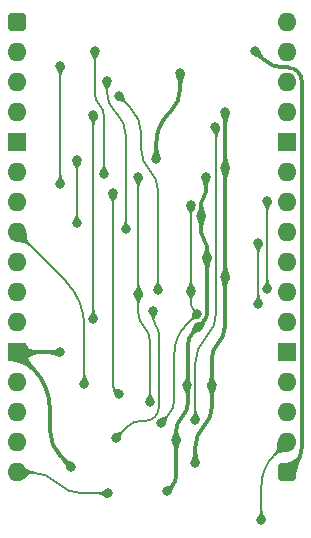
<source format=gbl>
%TF.GenerationSoftware,KiCad,Pcbnew,9.0.4*%
%TF.CreationDate,2025-09-16T16:50:18+02:00*%
%TF.ProjectId,Main Memory Small Abort,4d61696e-204d-4656-9d6f-727920536d61,V0*%
%TF.SameCoordinates,Original*%
%TF.FileFunction,Copper,L2,Bot*%
%TF.FilePolarity,Positive*%
%FSLAX46Y46*%
G04 Gerber Fmt 4.6, Leading zero omitted, Abs format (unit mm)*
G04 Created by KiCad (PCBNEW 9.0.4) date 2025-09-16 16:50:18*
%MOMM*%
%LPD*%
G01*
G04 APERTURE LIST*
G04 Aperture macros list*
%AMRoundRect*
0 Rectangle with rounded corners*
0 $1 Rounding radius*
0 $2 $3 $4 $5 $6 $7 $8 $9 X,Y pos of 4 corners*
0 Add a 4 corners polygon primitive as box body*
4,1,4,$2,$3,$4,$5,$6,$7,$8,$9,$2,$3,0*
0 Add four circle primitives for the rounded corners*
1,1,$1+$1,$2,$3*
1,1,$1+$1,$4,$5*
1,1,$1+$1,$6,$7*
1,1,$1+$1,$8,$9*
0 Add four rect primitives between the rounded corners*
20,1,$1+$1,$2,$3,$4,$5,0*
20,1,$1+$1,$4,$5,$6,$7,0*
20,1,$1+$1,$6,$7,$8,$9,0*
20,1,$1+$1,$8,$9,$2,$3,0*%
G04 Aperture macros list end*
%TA.AperFunction,ComponentPad*%
%ADD10RoundRect,0.400000X-0.400000X-0.400000X0.400000X-0.400000X0.400000X0.400000X-0.400000X0.400000X0*%
%TD*%
%TA.AperFunction,ComponentPad*%
%ADD11O,1.600000X1.600000*%
%TD*%
%TA.AperFunction,ComponentPad*%
%ADD12R,1.600000X1.600000*%
%TD*%
%TA.AperFunction,ViaPad*%
%ADD13C,0.800000*%
%TD*%
%TA.AperFunction,Conductor*%
%ADD14C,0.380000*%
%TD*%
%TA.AperFunction,Conductor*%
%ADD15C,0.200000*%
%TD*%
G04 APERTURE END LIST*
D10*
%TO.P,J1,1,Pin_1*%
%TO.N,5V*%
X0Y0D03*
D11*
%TO.P,J1,2,Pin_2*%
%TO.N,unconnected-(J1-Pin_2-Pad2)*%
X0Y-2540000D03*
%TO.P,J1,3,Pin_3*%
%TO.N,unconnected-(J1-Pin_3-Pad3)*%
X0Y-5080000D03*
%TO.P,J1,4,Pin_4*%
%TO.N,unconnected-(J1-Pin_4-Pad4)*%
X0Y-7620000D03*
D12*
%TO.P,J1,5,Pin_5*%
%TO.N,GND*%
X0Y-10160000D03*
D11*
%TO.P,J1,6,Pin_6*%
%TO.N,unconnected-(J1-Pin_6-Pad6)*%
X0Y-12700000D03*
%TO.P,J1,7,Pin_7*%
%TO.N,unconnected-(J1-Pin_7-Pad7)*%
X0Y-15240000D03*
%TO.P,J1,8,Pin_8*%
%TO.N,~{Main}0*%
X0Y-17780000D03*
%TO.P,J1,9,Pin_9*%
%TO.N,~{Main}1*%
X0Y-20320000D03*
%TO.P,J1,10,Pin_10*%
%TO.N,~{Main}2*%
X0Y-22860000D03*
%TO.P,J1,11,Pin_11*%
%TO.N,~{Main}3*%
X0Y-25400000D03*
D12*
%TO.P,J1,12,Pin_12*%
%TO.N,GND*%
X0Y-27940000D03*
D11*
%TO.P,J1,13,Pin_13*%
%TO.N,unconnected-(J1-Pin_13-Pad13)*%
X0Y-30480000D03*
%TO.P,J1,14,Pin_14*%
%TO.N,A*%
X0Y-33020000D03*
%TO.P,J1,15,Pin_15*%
%TO.N,B*%
X0Y-35560000D03*
%TO.P,J1,16,Pin_16*%
%TO.N,C*%
X0Y-38100000D03*
D10*
%TO.P,J1,17,Pin_17*%
%TO.N,5V*%
X22860000Y-38100000D03*
D11*
%TO.P,J1,18,Pin_18*%
%TO.N,A\u2022B\u2022C*%
X22860000Y-35560000D03*
%TO.P,J1,19,Pin_19*%
%TO.N,unconnected-(J1-Pin_19-Pad19)*%
X22860000Y-33020000D03*
%TO.P,J1,20,Pin_20*%
%TO.N,~{Set Contention}*%
X22860000Y-30480000D03*
D12*
%TO.P,J1,21,Pin_21*%
%TO.N,GND*%
X22860000Y-27940000D03*
D11*
%TO.P,J1,22,Pin_22*%
%TO.N,unconnected-(J1-Pin_22-Pad22)*%
X22860000Y-25400000D03*
%TO.P,J1,23,Pin_23*%
%TO.N,unconnected-(J1-Pin_23-Pad23)*%
X22860000Y-22860000D03*
%TO.P,J1,24,Pin_24*%
%TO.N,unconnected-(J1-Pin_24-Pad24)*%
X22860000Y-20320000D03*
%TO.P,J1,25,Pin_25*%
%TO.N,unconnected-(J1-Pin_25-Pad25)*%
X22860000Y-17780000D03*
%TO.P,J1,26,Pin_26*%
%TO.N,unconnected-(J1-Pin_26-Pad26)*%
X22860000Y-15240000D03*
%TO.P,J1,27,Pin_27*%
%TO.N,unconnected-(J1-Pin_27-Pad27)*%
X22860000Y-12700000D03*
D12*
%TO.P,J1,28,Pin_28*%
%TO.N,GND*%
X22860000Y-10160000D03*
D11*
%TO.P,J1,29,Pin_29*%
%TO.N,unconnected-(J1-Pin_29-Pad29)*%
X22860000Y-7620000D03*
%TO.P,J1,30,Pin_30*%
%TO.N,unconnected-(J1-Pin_30-Pad30)*%
X22860000Y-5080000D03*
%TO.P,J1,31,Pin_31*%
%TO.N,unconnected-(J1-Pin_31-Pad31)*%
X22860000Y-2540000D03*
%TO.P,J1,32,Pin_32*%
%TO.N,unconnected-(J1-Pin_32-Pad32)*%
X22860000Y0D03*
%TD*%
D13*
%TO.N,~{Main}0*%
X5715000Y-30607000D03*
%TO.N,/3.3V*%
X15113000Y-37338000D03*
X16510000Y-30734000D03*
X17653000Y-7620000D03*
X17641000Y-21526500D03*
X17641000Y-12331000D03*
%TO.N,/~{Main}B3*%
X21209000Y-15113000D03*
X21209000Y-22606000D03*
X11557000Y-24426000D03*
X8382000Y-35179000D03*
%TO.N,GND*%
X4622001Y-37642001D03*
X12700000Y-39701000D03*
X15621000Y-16383000D03*
X16090000Y-19939000D03*
X16002000Y-13081000D03*
X14363000Y-30734000D03*
X15367000Y-25781000D03*
X3683000Y-27940000D03*
X11811000Y-11557000D03*
X13481999Y-35325999D03*
X13843000Y-4318000D03*
%TO.N,5V*%
X20193000Y-2418000D03*
%TO.N,/~{Main}B0*%
X8128000Y-14478000D03*
X8620698Y-31490514D03*
%TO.N,/~{Main}B1*%
X10287000Y-22987000D03*
X10287000Y-13081000D03*
X11260502Y-32145000D03*
%TO.N,/~{Main}B2*%
X12206998Y-33874884D03*
X14732000Y-22703000D03*
X14732000Y-15494000D03*
X15289000Y-24662028D03*
%TO.N,C*%
X7724530Y-39878000D03*
%TO.N,A\u2022B\u2022C*%
X20701000Y-42164000D03*
%TO.N,Net-(IC13-Y)*%
X15113000Y-33655000D03*
X16813000Y-8890000D03*
%TO.N,/~{0+1}*%
X7366000Y-12827000D03*
X6604000Y-2413000D03*
%TO.N,/~{0+2}*%
X3683000Y-3683000D03*
X3683000Y-13716000D03*
%TO.N,/~{0+3}*%
X9271000Y-17526000D03*
X7620000Y-4953000D03*
%TO.N,/~{1+2}*%
X8636000Y-6223000D03*
X11938000Y-22676000D03*
%TO.N,/~{1+3}*%
X6477000Y-25146000D03*
X6477000Y-7874000D03*
%TO.N,/~{2+3}*%
X20447000Y-18669000D03*
X5080000Y-17018000D03*
X20447000Y-23876000D03*
X5080000Y-11684000D03*
%TD*%
D14*
%TO.N,5V*%
X24130000Y-35931974D02*
G75*
G02*
X23495001Y-37465001I-2168040J4D01*
G01*
X20931870Y-3156870D02*
G75*
G03*
X22508664Y-3810032I1576830J1576770D01*
G01*
X23781164Y-4158835D02*
G75*
G03*
X22939001Y-3810000I-842164J-842165D01*
G01*
X23781164Y-4158835D02*
G75*
G02*
X24130000Y-5000998I-842164J-842165D01*
G01*
%TO.N,GND*%
X16109500Y-19958500D02*
G75*
G02*
X16129009Y-20005577I-47100J-47100D01*
G01*
X15855500Y-18395500D02*
G75*
G02*
X16089986Y-18961633I-566100J-566100D01*
G01*
X13481999Y-38366044D02*
G75*
G02*
X13090998Y-39309999I-1334959J4D01*
G01*
X14478000Y-30537682D02*
G75*
G02*
X14420505Y-30676505I-196300J-18D01*
G01*
X15811500Y-14795500D02*
G75*
G03*
X15621003Y-15255407I459900J-459900D01*
G01*
X15621000Y-17829366D02*
G75*
G03*
X15855490Y-18395510I800600J-34D01*
G01*
X16002000Y-14335592D02*
G75*
G02*
X15811502Y-14795502I-650400J-8D01*
G01*
X14478000Y-32188720D02*
G75*
G02*
X13979993Y-33390994I-1700300J20D01*
G01*
X16129000Y-24480184D02*
G75*
G02*
X15748005Y-25400005I-1300800J-16D01*
G01*
X14922500Y-26225500D02*
G75*
G03*
X14478007Y-27298617I1073100J-1073100D01*
G01*
X13843000Y-5524500D02*
G75*
G02*
X12989866Y-7584114I-2912700J0D01*
G01*
X14420500Y-30791500D02*
G75*
G02*
X14477993Y-30930317I-138800J-138800D01*
G01*
X2794000Y-34521408D02*
G75*
G03*
X3708002Y-36727998I3120580J-2D01*
G01*
X1397000Y-29337000D02*
G75*
G02*
X2794000Y-32709656I-3372658J-3372657D01*
G01*
X12798828Y-7775171D02*
G75*
G03*
X11811012Y-10160000I2384872J-2384829D01*
G01*
X13979999Y-33391000D02*
G75*
G03*
X13481990Y-34593280I1202301J-1202300D01*
G01*
%TO.N,/3.3V*%
X15811500Y-34226500D02*
G75*
G03*
X15113012Y-35912828I1686300J-1686300D01*
G01*
X17653000Y-12310514D02*
G75*
G02*
X17646996Y-12324996I-20500J14D01*
G01*
X17589500Y-25843178D02*
G75*
G02*
X17049748Y-27146248I-1842830J8D01*
G01*
X16510000Y-32540171D02*
G75*
G02*
X15811502Y-34226502I-2384840J1D01*
G01*
X17615250Y-21552250D02*
G75*
G03*
X17589507Y-21614415I62150J-62150D01*
G01*
X17049750Y-27146250D02*
G75*
G03*
X16510009Y-28449321I1303050J-1303050D01*
G01*
D15*
%TO.N,/~{1+2}*%
X11239500Y-12509500D02*
G75*
G02*
X11937988Y-14195828I-1686300J-1686300D01*
G01*
X9588500Y-7175500D02*
G75*
G02*
X10541001Y-9475038I-2299540J-2299540D01*
G01*
X10541000Y-10823171D02*
G75*
G03*
X11239501Y-12509499I2384830J1D01*
G01*
%TO.N,/~{0+3}*%
X7620000Y-5905500D02*
G75*
G03*
X8293527Y-7531511I2299500J0D01*
G01*
X9223998Y-17445762D02*
G75*
G03*
X9247488Y-17502510I80202J-38D01*
G01*
X8421999Y-7659999D02*
G75*
G02*
X9224000Y-9596195I-1936199J-1936201D01*
G01*
%TO.N,/~{0+1}*%
X6604000Y-6065184D02*
G75*
G03*
X6984995Y-6985005I1300800J-16D01*
G01*
X6985000Y-6985000D02*
G75*
G02*
X7365994Y-7904815I-919800J-919800D01*
G01*
%TO.N,Net-(IC13-Y)*%
X16002000Y-26670000D02*
G75*
G03*
X15113015Y-28816235I2146200J-2146200D01*
G01*
X16852000Y-8929000D02*
G75*
G02*
X16891019Y-9023154I-94200J-94200D01*
G01*
X16891000Y-24523764D02*
G75*
G02*
X16001999Y-26669999I-3035240J4D01*
G01*
%TO.N,A\u2022B\u2022C*%
X21780500Y-36639500D02*
G75*
G03*
X20701018Y-39245643I2606100J-2606100D01*
G01*
%TO.N,C*%
X3429000Y-38989000D02*
G75*
G03*
X5575235Y-39878002I2146240J2146240D01*
G01*
X3429000Y-38989000D02*
G75*
G03*
X1282764Y-38100000I-2146234J-2146232D01*
G01*
%TO.N,/~{Main}B2*%
X14732000Y-23711169D02*
G75*
G03*
X15010476Y-24383552I950900J-31D01*
G01*
X13335000Y-31949264D02*
G75*
G02*
X12770999Y-33310883I-1925630J4D01*
G01*
X14312000Y-25639028D02*
G75*
G03*
X13335014Y-27997714I2358700J-2358672D01*
G01*
%TO.N,/~{Main}B1*%
X10287000Y-24612879D02*
G75*
G03*
X10773751Y-25788000I1661870J-1D01*
G01*
X10773751Y-25788000D02*
G75*
G02*
X11260478Y-26963120I-1175151J-1175100D01*
G01*
%TO.N,/~{Main}B0*%
X8128000Y-30649425D02*
G75*
G03*
X8374359Y-31244155I841100J25D01*
G01*
%TO.N,/~{Main}B3*%
X11688501Y-33396499D02*
G75*
G02*
X10911121Y-33718510I-777401J777399D01*
G01*
X11557000Y-25148639D02*
G75*
G03*
X11783766Y-25696050I774200J39D01*
G01*
X12010502Y-32619119D02*
G75*
G02*
X11688496Y-33396494I-1099402J19D01*
G01*
X10604500Y-33718500D02*
G75*
G03*
X9303691Y-34257322I0J-1839600D01*
G01*
X11783751Y-25696065D02*
G75*
G02*
X12010501Y-26243490I-547451J-547435D01*
G01*
%TO.N,~{Main}0*%
X4121207Y-21901207D02*
G75*
G02*
X5715004Y-25748963I-3847757J-3847763D01*
G01*
X5715000Y-30607000D02*
X5715000Y-25748963D01*
X4121207Y-21901207D02*
X0Y-17780000D01*
D14*
%TO.N,/3.3V*%
X17641000Y-21526500D02*
X17615250Y-21552250D01*
X17653000Y-12310514D02*
X17653000Y-7620000D01*
X16510000Y-28449321D02*
X16510000Y-30734000D01*
X15113000Y-35912828D02*
X15113000Y-37338000D01*
X17589500Y-25843178D02*
X17589500Y-21614415D01*
X17647000Y-12325000D02*
X17641000Y-12331000D01*
X17641000Y-21526500D02*
X17641000Y-12331000D01*
X16510000Y-32540171D02*
X16510000Y-30734000D01*
D15*
%TO.N,/~{Main}B3*%
X21209000Y-15113000D02*
X21209000Y-22606000D01*
X11557000Y-24426000D02*
X11557000Y-25148639D01*
X8382000Y-35179000D02*
X9303684Y-34257315D01*
X10911121Y-33718500D02*
X10604500Y-33718500D01*
X12010502Y-32619119D02*
X12010502Y-26243490D01*
D14*
%TO.N,GND*%
X14478000Y-30537682D02*
X14478000Y-27298617D01*
X12989875Y-7584123D02*
X12798828Y-7775171D01*
X15367000Y-25781000D02*
X15748000Y-25400000D01*
X1397000Y-29337000D02*
X0Y-27940000D01*
X14478000Y-32188720D02*
X14478000Y-30930317D01*
X16090000Y-18961633D02*
X16090000Y-19939000D01*
X16129000Y-20005577D02*
X16129000Y-24480184D01*
X2794000Y-34521408D02*
X2794000Y-32709656D01*
X3683000Y-27940000D02*
X0Y-27940000D01*
X14420500Y-30791500D02*
X14363000Y-30734000D01*
X13843000Y-4318000D02*
X13843000Y-5524500D01*
X4622001Y-37642001D02*
X3708000Y-36728000D01*
X13090999Y-39310000D02*
X12700000Y-39701000D01*
X13481999Y-38366044D02*
X13481999Y-35325999D01*
X14420500Y-30676500D02*
X14363000Y-30734000D01*
X13481999Y-35325999D02*
X13481999Y-34593280D01*
X11811000Y-11557000D02*
X11811000Y-10160000D01*
X15367000Y-25781000D02*
X14922500Y-26225500D01*
X16109500Y-19958500D02*
X16090000Y-19939000D01*
X15621000Y-15255407D02*
X15621000Y-16383000D01*
X16002000Y-14335592D02*
X16002000Y-13081000D01*
X15621000Y-16383000D02*
X15621000Y-17829366D01*
%TO.N,5V*%
X20193000Y-2418000D02*
X20931870Y-3156870D01*
X23495000Y-37465000D02*
X22860000Y-38100000D01*
X24130000Y-35931974D02*
X24130000Y-5000998D01*
X22508664Y-3810000D02*
X22939001Y-3810000D01*
D15*
%TO.N,/~{Main}B0*%
X8620698Y-31490514D02*
X8374349Y-31244165D01*
X8128000Y-14478000D02*
X8128000Y-30649425D01*
%TO.N,/~{Main}B1*%
X11260502Y-32145000D02*
X11260502Y-26963120D01*
X10287000Y-22987000D02*
X10287000Y-13081000D01*
X10287000Y-22987000D02*
X10287000Y-24612879D01*
%TO.N,/~{Main}B2*%
X15289000Y-24662028D02*
X14312000Y-25639028D01*
X14732000Y-22703000D02*
X14732000Y-15494000D01*
X14732000Y-23711169D02*
X14732000Y-22703000D01*
X12206998Y-33874884D02*
X12770999Y-33310883D01*
X13335000Y-31949264D02*
X13335000Y-27997714D01*
X15010500Y-24383528D02*
X15289000Y-24662028D01*
%TO.N,C*%
X5575235Y-39878000D02*
X7724530Y-39878000D01*
X1282764Y-38100000D02*
X0Y-38100000D01*
%TO.N,A\u2022B\u2022C*%
X21780500Y-36639500D02*
X22860000Y-35560000D01*
X20701000Y-39245643D02*
X20701000Y-42164000D01*
%TO.N,Net-(IC13-Y)*%
X15113000Y-33655000D02*
X15113000Y-28816235D01*
X16852000Y-8929000D02*
X16813000Y-8890000D01*
X16891000Y-9023154D02*
X16891000Y-24523764D01*
%TO.N,/~{0+1}*%
X6604000Y-2413000D02*
X6604000Y-6065184D01*
X7366000Y-12827000D02*
X7366000Y-7904815D01*
%TO.N,/~{0+2}*%
X3683000Y-3683000D02*
X3683000Y-13716000D01*
%TO.N,/~{0+3}*%
X9223998Y-17445762D02*
X9223998Y-9596195D01*
X9247499Y-17502499D02*
X9271000Y-17526000D01*
X7620000Y-5905500D02*
X7620000Y-4953000D01*
X8293519Y-7531519D02*
X8421999Y-7659999D01*
%TO.N,/~{1+2}*%
X11938000Y-14195828D02*
X11938000Y-22676000D01*
X10541000Y-9475038D02*
X10541000Y-10823171D01*
X9588500Y-7175500D02*
X8636000Y-6223000D01*
%TO.N,/~{1+3}*%
X6477000Y-25146000D02*
X6477000Y-7874000D01*
%TO.N,/~{2+3}*%
X20447000Y-23876000D02*
X20447000Y-18669000D01*
X5080000Y-17018000D02*
X5080000Y-11684000D01*
%TD*%
%TA.AperFunction,Conductor*%
%TO.N,5V*%
G36*
X23802477Y-36674871D02*
G01*
X24133009Y-36811782D01*
X24139341Y-36818114D01*
X24139341Y-36827068D01*
X24138620Y-36828518D01*
X24055906Y-36969302D01*
X24055899Y-36969314D01*
X23891639Y-37308858D01*
X23891626Y-37308890D01*
X23765384Y-37646858D01*
X23765383Y-37646861D01*
X23687698Y-37944084D01*
X23655089Y-38189813D01*
X23659573Y-38369043D01*
X23656354Y-38377400D01*
X23648170Y-38381032D01*
X23643950Y-38380357D01*
X23612193Y-38369043D01*
X23109120Y-38189813D01*
X22864194Y-38102553D01*
X22857552Y-38096550D01*
X22489867Y-37318091D01*
X22489433Y-37309149D01*
X22495450Y-37302517D01*
X22501279Y-37301426D01*
X22556476Y-37305371D01*
X22556480Y-37305370D01*
X22556481Y-37305371D01*
X22591554Y-37304728D01*
X22668726Y-37303315D01*
X22781108Y-37290214D01*
X22904270Y-37264164D01*
X23025248Y-37227314D01*
X23152668Y-37176718D01*
X23274492Y-37116836D01*
X23393218Y-37046855D01*
X23502479Y-36970813D01*
X23504194Y-36969302D01*
X23531203Y-36945495D01*
X23680392Y-36814004D01*
X23788866Y-36678372D01*
X23796709Y-36674053D01*
X23802477Y-36674871D01*
G37*
%TD.AperFunction*%
%TD*%
%TA.AperFunction,Conductor*%
%TO.N,/~{Main}B0*%
G36*
X8251636Y-30845779D02*
G01*
X8256434Y-30852466D01*
X8270885Y-30906155D01*
X8270887Y-30906160D01*
X8293706Y-30955490D01*
X8293707Y-30955491D01*
X8321700Y-30992082D01*
X8354506Y-31018105D01*
X8433132Y-31047162D01*
X8526731Y-31060087D01*
X8583484Y-31066693D01*
X8587089Y-31067113D01*
X8588321Y-31067324D01*
X8611984Y-31072683D01*
X8720063Y-31097164D01*
X8722681Y-31098097D01*
X8831045Y-31152014D01*
X8836925Y-31158767D01*
X8836308Y-31167701D01*
X8835573Y-31168972D01*
X8623594Y-31487435D01*
X8616157Y-31492423D01*
X8616108Y-31492433D01*
X8239554Y-31566356D01*
X8230776Y-31564587D01*
X8225886Y-31557444D01*
X8182233Y-31363370D01*
X8142908Y-31224718D01*
X8134694Y-31197209D01*
X8134632Y-31196993D01*
X8099140Y-31068631D01*
X8098995Y-31068050D01*
X8098787Y-31067113D01*
X8060028Y-30892596D01*
X8061580Y-30883777D01*
X8068913Y-30878638D01*
X8069059Y-30878607D01*
X8242855Y-30844032D01*
X8251636Y-30845779D01*
G37*
%TD.AperFunction*%
%TD*%
%TA.AperFunction,Conductor*%
%TO.N,~{Main}0*%
G36*
X5812488Y-29818113D02*
G01*
X5815876Y-29825435D01*
X5825958Y-29949120D01*
X5855312Y-30048714D01*
X5855313Y-30048716D01*
X5897785Y-30126178D01*
X5948113Y-30194247D01*
X5948168Y-30194319D01*
X5986272Y-30244635D01*
X5987049Y-30245801D01*
X6056858Y-30365647D01*
X6057704Y-30367430D01*
X6084592Y-30439177D01*
X6084981Y-30440421D01*
X6104311Y-30517056D01*
X6103011Y-30525916D01*
X6095828Y-30531263D01*
X6095277Y-30531388D01*
X5717311Y-30607534D01*
X5712689Y-30607534D01*
X5334929Y-30531430D01*
X5327496Y-30526436D01*
X5325770Y-30517649D01*
X5325946Y-30516906D01*
X5346797Y-30439789D01*
X5353559Y-30414778D01*
X5354139Y-30413135D01*
X5392451Y-30326062D01*
X5393480Y-30324203D01*
X5481887Y-30194247D01*
X5481917Y-30194203D01*
X5550665Y-30096644D01*
X5596932Y-29982062D01*
X5610241Y-29906673D01*
X5614426Y-29825782D01*
X5618275Y-29817697D01*
X5626110Y-29814686D01*
X5804215Y-29814686D01*
X5812488Y-29818113D01*
G37*
%TD.AperFunction*%
%TD*%
%TA.AperFunction,Conductor*%
%TO.N,~{Main}0*%
G36*
X781465Y-17628047D02*
G01*
X786433Y-17635497D01*
X786514Y-17635955D01*
X823784Y-17873633D01*
X823876Y-17874382D01*
X842123Y-18074122D01*
X867250Y-18300347D01*
X867251Y-18300354D01*
X902065Y-18418073D01*
X912835Y-18454489D01*
X951743Y-18533075D01*
X951745Y-18533078D01*
X1004927Y-18615773D01*
X1061278Y-18686642D01*
X1085391Y-18716967D01*
X1085392Y-18716968D01*
X1183460Y-18821525D01*
X1186620Y-18829904D01*
X1183199Y-18837802D01*
X1057806Y-18963195D01*
X1049533Y-18966622D01*
X1041525Y-18963452D01*
X938397Y-18866635D01*
X938393Y-18866632D01*
X892238Y-18829790D01*
X838360Y-18786783D01*
X746427Y-18728007D01*
X659334Y-18686643D01*
X659331Y-18686642D01*
X573823Y-18659032D01*
X486629Y-18641516D01*
X486615Y-18641514D01*
X294154Y-18622126D01*
X148504Y-18609695D01*
X147786Y-18609611D01*
X-143923Y-18566426D01*
X-151606Y-18561824D01*
X-153784Y-18553139D01*
X-153688Y-18552581D01*
X-2228Y-17786979D01*
X2740Y-17779529D01*
X6976Y-17777772D01*
X772686Y-17626290D01*
X781465Y-17628047D01*
G37*
%TD.AperFunction*%
%TD*%
%TA.AperFunction,Conductor*%
%TO.N,/3.3V*%
G36*
X18032961Y-7695547D02*
G01*
X18040394Y-7700541D01*
X18042120Y-7709328D01*
X18041917Y-7710170D01*
X17992264Y-7887578D01*
X17991671Y-7889215D01*
X17934056Y-8017602D01*
X17933931Y-8017872D01*
X17905519Y-8077111D01*
X17905512Y-8077129D01*
X17860821Y-8211380D01*
X17847727Y-8300146D01*
X17843472Y-8401107D01*
X17839699Y-8409228D01*
X17831782Y-8412314D01*
X17474091Y-8412314D01*
X17465818Y-8408887D01*
X17462408Y-8401238D01*
X17455716Y-8275998D01*
X17435994Y-8173629D01*
X17407027Y-8091961D01*
X17372038Y-8017811D01*
X17371973Y-8017670D01*
X17371942Y-8017602D01*
X17316564Y-7895057D01*
X17315968Y-7893424D01*
X17264126Y-7710195D01*
X17265171Y-7701302D01*
X17272199Y-7695752D01*
X17273060Y-7695542D01*
X17650692Y-7619465D01*
X17655308Y-7619465D01*
X18032961Y-7695547D01*
G37*
%TD.AperFunction*%
%TD*%
%TA.AperFunction,Conductor*%
%TO.N,/3.3V*%
G36*
X17840138Y-11542113D02*
G01*
X17843551Y-11549808D01*
X17849793Y-11675924D01*
X17868240Y-11778994D01*
X17895444Y-11861453D01*
X17928510Y-11936835D01*
X17928555Y-11936941D01*
X17976344Y-12048867D01*
X17976855Y-12050321D01*
X18029936Y-12240839D01*
X18028855Y-12249728D01*
X18021805Y-12255250D01*
X18020976Y-12255449D01*
X17643311Y-12331534D01*
X17638689Y-12331534D01*
X17260625Y-12255369D01*
X17253192Y-12250375D01*
X17251466Y-12241588D01*
X17251559Y-12241172D01*
X17274718Y-12146129D01*
X17275018Y-12145109D01*
X17304093Y-12060823D01*
X17304585Y-12059619D01*
X17366421Y-11930339D01*
X17366543Y-11930094D01*
X17400224Y-11864037D01*
X17400229Y-11864028D01*
X17445150Y-11733363D01*
X17458269Y-11647035D01*
X17462511Y-11549875D01*
X17466296Y-11541760D01*
X17474200Y-11538686D01*
X17831865Y-11538686D01*
X17840138Y-11542113D01*
G37*
%TD.AperFunction*%
%TD*%
%TA.AperFunction,Conductor*%
%TO.N,/3.3V*%
G36*
X16697182Y-29945113D02*
G01*
X16700592Y-29952762D01*
X16707283Y-30078001D01*
X16718481Y-30136121D01*
X16727006Y-30180371D01*
X16727007Y-30180373D01*
X16755973Y-30262038D01*
X16755973Y-30262040D01*
X16790945Y-30336153D01*
X16791026Y-30336328D01*
X16846434Y-30458941D01*
X16847030Y-30460574D01*
X16898873Y-30643804D01*
X16897828Y-30652697D01*
X16890800Y-30658247D01*
X16889926Y-30658459D01*
X16512311Y-30734534D01*
X16507689Y-30734534D01*
X16130038Y-30658452D01*
X16122605Y-30653458D01*
X16120879Y-30644671D01*
X16121082Y-30643829D01*
X16170735Y-30466419D01*
X16171325Y-30464788D01*
X16228974Y-30336328D01*
X16229041Y-30336182D01*
X16257485Y-30276876D01*
X16302179Y-30142614D01*
X16315272Y-30053856D01*
X16319528Y-29952893D01*
X16323301Y-29944772D01*
X16331218Y-29941686D01*
X16688909Y-29941686D01*
X16697182Y-29945113D01*
G37*
%TD.AperFunction*%
%TD*%
%TA.AperFunction,Conductor*%
%TO.N,/3.3V*%
G36*
X15300182Y-36549113D02*
G01*
X15303592Y-36556762D01*
X15310283Y-36682001D01*
X15321481Y-36740121D01*
X15330006Y-36784371D01*
X15330007Y-36784373D01*
X15358973Y-36866038D01*
X15358973Y-36866040D01*
X15393945Y-36940153D01*
X15394026Y-36940328D01*
X15449434Y-37062941D01*
X15450030Y-37064574D01*
X15501873Y-37247804D01*
X15500828Y-37256697D01*
X15493800Y-37262247D01*
X15492926Y-37262459D01*
X15115311Y-37338534D01*
X15110689Y-37338534D01*
X14733038Y-37262452D01*
X14725605Y-37257458D01*
X14723879Y-37248671D01*
X14724082Y-37247829D01*
X14773735Y-37070419D01*
X14774325Y-37068788D01*
X14831974Y-36940328D01*
X14832041Y-36940182D01*
X14860485Y-36880876D01*
X14905179Y-36746614D01*
X14918272Y-36657856D01*
X14922528Y-36556893D01*
X14926301Y-36548772D01*
X14934218Y-36545686D01*
X15291909Y-36545686D01*
X15300182Y-36549113D01*
G37*
%TD.AperFunction*%
%TD*%
%TA.AperFunction,Conductor*%
%TO.N,/3.3V*%
G36*
X18021218Y-21602099D02*
G01*
X18028651Y-21607093D01*
X18030377Y-21615880D01*
X18030238Y-21616485D01*
X18004770Y-21715441D01*
X18004328Y-21716805D01*
X17970547Y-21802759D01*
X17969786Y-21804337D01*
X17894525Y-21934449D01*
X17894391Y-21934674D01*
X17843117Y-22018909D01*
X17843113Y-22018916D01*
X17797459Y-22140234D01*
X17797459Y-22140235D01*
X17784247Y-22220158D01*
X17784244Y-22220187D01*
X17781202Y-22283431D01*
X17780043Y-22307538D01*
X17780036Y-22307676D01*
X17776216Y-22315775D01*
X17768350Y-22318814D01*
X17410783Y-22318814D01*
X17402510Y-22315387D01*
X17399091Y-22307538D01*
X17394319Y-22176006D01*
X17394319Y-22176004D01*
X17380001Y-22069248D01*
X17331314Y-21901993D01*
X17331310Y-21901979D01*
X17310561Y-21841364D01*
X17310310Y-21840531D01*
X17251814Y-21616516D01*
X17253039Y-21607645D01*
X17260178Y-21602240D01*
X17260795Y-21602096D01*
X17638692Y-21525965D01*
X17643308Y-21525965D01*
X18021218Y-21602099D01*
G37*
%TD.AperFunction*%
%TD*%
%TA.AperFunction,Conductor*%
%TO.N,/3.3V*%
G36*
X18020961Y-12406547D02*
G01*
X18028394Y-12411541D01*
X18030120Y-12420328D01*
X18029917Y-12421170D01*
X17980264Y-12598578D01*
X17979671Y-12600215D01*
X17922056Y-12728602D01*
X17921931Y-12728872D01*
X17893519Y-12788111D01*
X17893512Y-12788129D01*
X17848821Y-12922380D01*
X17835727Y-13011146D01*
X17831472Y-13112107D01*
X17827699Y-13120228D01*
X17819782Y-13123314D01*
X17462091Y-13123314D01*
X17453818Y-13119887D01*
X17450408Y-13112238D01*
X17443716Y-12986998D01*
X17423994Y-12884629D01*
X17395027Y-12802961D01*
X17360038Y-12728811D01*
X17359973Y-12728670D01*
X17359942Y-12728602D01*
X17304564Y-12606057D01*
X17303968Y-12604424D01*
X17252126Y-12421195D01*
X17253171Y-12412302D01*
X17260199Y-12406752D01*
X17261060Y-12406542D01*
X17638692Y-12330465D01*
X17643308Y-12330465D01*
X18020961Y-12406547D01*
G37*
%TD.AperFunction*%
%TD*%
%TA.AperFunction,Conductor*%
%TO.N,/3.3V*%
G36*
X17828182Y-20737613D02*
G01*
X17831592Y-20745262D01*
X17838283Y-20870501D01*
X17849481Y-20928621D01*
X17858006Y-20972871D01*
X17858007Y-20972873D01*
X17886973Y-21054538D01*
X17886973Y-21054540D01*
X17921945Y-21128653D01*
X17922026Y-21128828D01*
X17977434Y-21251441D01*
X17978030Y-21253074D01*
X18029873Y-21436304D01*
X18028828Y-21445197D01*
X18021800Y-21450747D01*
X18020926Y-21450959D01*
X17643311Y-21527034D01*
X17638689Y-21527034D01*
X17261038Y-21450952D01*
X17253605Y-21445958D01*
X17251879Y-21437171D01*
X17252082Y-21436329D01*
X17301735Y-21258919D01*
X17302325Y-21257288D01*
X17359974Y-21128828D01*
X17360041Y-21128682D01*
X17388485Y-21069376D01*
X17433179Y-20935114D01*
X17446272Y-20846356D01*
X17450528Y-20745393D01*
X17454301Y-20737272D01*
X17462218Y-20734186D01*
X17819909Y-20734186D01*
X17828182Y-20737613D01*
G37*
%TD.AperFunction*%
%TD*%
%TA.AperFunction,Conductor*%
%TO.N,/3.3V*%
G36*
X16889961Y-30809547D02*
G01*
X16897394Y-30814541D01*
X16899120Y-30823328D01*
X16898917Y-30824170D01*
X16849264Y-31001578D01*
X16848671Y-31003215D01*
X16791056Y-31131602D01*
X16790931Y-31131872D01*
X16762519Y-31191111D01*
X16762512Y-31191129D01*
X16717821Y-31325380D01*
X16704727Y-31414146D01*
X16700472Y-31515107D01*
X16696699Y-31523228D01*
X16688782Y-31526314D01*
X16331091Y-31526314D01*
X16322818Y-31522887D01*
X16319408Y-31515238D01*
X16312716Y-31389998D01*
X16292994Y-31287629D01*
X16264027Y-31205961D01*
X16229038Y-31131811D01*
X16228973Y-31131670D01*
X16228942Y-31131602D01*
X16173564Y-31009057D01*
X16172968Y-31007424D01*
X16121126Y-30824195D01*
X16122171Y-30815302D01*
X16129199Y-30809752D01*
X16130060Y-30809542D01*
X16507692Y-30733465D01*
X16512308Y-30733465D01*
X16889961Y-30809547D01*
G37*
%TD.AperFunction*%
%TD*%
%TA.AperFunction,Conductor*%
%TO.N,/~{Main}B3*%
G36*
X21589070Y-15188569D02*
G01*
X21596503Y-15193563D01*
X21598229Y-15202350D01*
X21598053Y-15203093D01*
X21570442Y-15305213D01*
X21569857Y-15306871D01*
X21531550Y-15393930D01*
X21530515Y-15395799D01*
X21442162Y-15525679D01*
X21442052Y-15525837D01*
X21373335Y-15623353D01*
X21327068Y-15737937D01*
X21313758Y-15813332D01*
X21313757Y-15813341D01*
X21309574Y-15894218D01*
X21305725Y-15902303D01*
X21297890Y-15905314D01*
X21119785Y-15905314D01*
X21111512Y-15901887D01*
X21108124Y-15894565D01*
X21101502Y-15813332D01*
X21098042Y-15770880D01*
X21068688Y-15671287D01*
X21068686Y-15671283D01*
X21026213Y-15593821D01*
X20975886Y-15525752D01*
X20967276Y-15514383D01*
X20937724Y-15475359D01*
X20936950Y-15474197D01*
X20890195Y-15393930D01*
X20867140Y-15354350D01*
X20866295Y-15352568D01*
X20839407Y-15280822D01*
X20839018Y-15279578D01*
X20819688Y-15202939D01*
X20820988Y-15194083D01*
X20828171Y-15188736D01*
X20828713Y-15188612D01*
X21206692Y-15112465D01*
X21211308Y-15112465D01*
X21589070Y-15188569D01*
G37*
%TD.AperFunction*%
%TD*%
%TA.AperFunction,Conductor*%
%TO.N,/~{Main}B3*%
G36*
X21306488Y-21817113D02*
G01*
X21309876Y-21824435D01*
X21319958Y-21948120D01*
X21349312Y-22047714D01*
X21349313Y-22047716D01*
X21391785Y-22125178D01*
X21442113Y-22193247D01*
X21442168Y-22193319D01*
X21480272Y-22243635D01*
X21481049Y-22244801D01*
X21550858Y-22364647D01*
X21551704Y-22366430D01*
X21578592Y-22438177D01*
X21578981Y-22439421D01*
X21598311Y-22516056D01*
X21597011Y-22524916D01*
X21589828Y-22530263D01*
X21589277Y-22530388D01*
X21211311Y-22606534D01*
X21206689Y-22606534D01*
X20828929Y-22530430D01*
X20821496Y-22525436D01*
X20819770Y-22516649D01*
X20819946Y-22515906D01*
X20840797Y-22438789D01*
X20847559Y-22413778D01*
X20848139Y-22412135D01*
X20886451Y-22325062D01*
X20887480Y-22323203D01*
X20975887Y-22193247D01*
X20975917Y-22193203D01*
X21044665Y-22095644D01*
X21090932Y-21981062D01*
X21104241Y-21905673D01*
X21108426Y-21824782D01*
X21112275Y-21816697D01*
X21120110Y-21813686D01*
X21298215Y-21813686D01*
X21306488Y-21817113D01*
G37*
%TD.AperFunction*%
%TD*%
%TA.AperFunction,Conductor*%
%TO.N,/~{Main}B3*%
G36*
X11563499Y-24429377D02*
G01*
X11879315Y-24641333D01*
X11884275Y-24648789D01*
X11882510Y-24657568D01*
X11882132Y-24658099D01*
X11777642Y-24796463D01*
X11777563Y-24796566D01*
X11717917Y-24873751D01*
X11717916Y-24873752D01*
X11717916Y-24873753D01*
X11689986Y-24933902D01*
X11672924Y-24970645D01*
X11672922Y-24970650D01*
X11659800Y-25046401D01*
X11659800Y-25046403D01*
X11657290Y-25135372D01*
X11653632Y-25143545D01*
X11645845Y-25146739D01*
X11468059Y-25150540D01*
X11459715Y-25147291D01*
X11456147Y-25139773D01*
X11446887Y-25023442D01*
X11422660Y-24933905D01*
X11422659Y-24933904D01*
X11422659Y-24933902D01*
X11383817Y-24862937D01*
X11383816Y-24862936D01*
X11368918Y-24843170D01*
X11329840Y-24791320D01*
X11231662Y-24658069D01*
X11229514Y-24649377D01*
X11234142Y-24641711D01*
X11234539Y-24641429D01*
X11550460Y-24429376D01*
X11559237Y-24427612D01*
X11563499Y-24429377D01*
G37*
%TD.AperFunction*%
%TD*%
%TA.AperFunction,Conductor*%
%TO.N,/~{Main}B3*%
G36*
X8879395Y-34555895D02*
G01*
X9005334Y-34681833D01*
X9008761Y-34690106D01*
X9005979Y-34697680D01*
X8925652Y-34792263D01*
X8875983Y-34883448D01*
X8851241Y-34968255D01*
X8838696Y-35051976D01*
X8830048Y-35114582D01*
X8829771Y-35115966D01*
X8794392Y-35250070D01*
X8793729Y-35251929D01*
X8762010Y-35321671D01*
X8761405Y-35322826D01*
X8720882Y-35390686D01*
X8713698Y-35396032D01*
X8704838Y-35394732D01*
X8704361Y-35394431D01*
X8698726Y-35390686D01*
X8594889Y-35321671D01*
X8383256Y-35181011D01*
X8379988Y-35177743D01*
X8166685Y-34856813D01*
X8164959Y-34848026D01*
X8169953Y-34840593D01*
X8170579Y-34840204D01*
X8262347Y-34787499D01*
X8263920Y-34786748D01*
X8352579Y-34752270D01*
X8354612Y-34751685D01*
X8508987Y-34722310D01*
X8509131Y-34722284D01*
X8626673Y-34701922D01*
X8740410Y-34653615D01*
X8803130Y-34609718D01*
X8863287Y-34555478D01*
X8871726Y-34552484D01*
X8879395Y-34555895D01*
G37*
%TD.AperFunction*%
%TD*%
%TA.AperFunction,Conductor*%
%TO.N,GND*%
G36*
X14664996Y-29960424D02*
G01*
X14668415Y-29968266D01*
X14679033Y-30256499D01*
X14679034Y-30256504D01*
X14720285Y-30486502D01*
X14752933Y-30644448D01*
X14751252Y-30653243D01*
X14743843Y-30658274D01*
X14743786Y-30658286D01*
X14367781Y-30734036D01*
X14358994Y-30732310D01*
X14358950Y-30732281D01*
X14040619Y-30518623D01*
X14035659Y-30511167D01*
X14037424Y-30502388D01*
X14037733Y-30501950D01*
X14150799Y-30350285D01*
X14150834Y-30350264D01*
X14150822Y-30350255D01*
X14220755Y-30257127D01*
X14268114Y-30150977D01*
X14283014Y-30067244D01*
X14285506Y-30012135D01*
X14287495Y-29968168D01*
X14291292Y-29960059D01*
X14299183Y-29956997D01*
X14656723Y-29956997D01*
X14664996Y-29960424D01*
G37*
%TD.AperFunction*%
%TD*%
%TA.AperFunction,Conductor*%
%TO.N,GND*%
G36*
X15677123Y-25217505D02*
G01*
X15873919Y-25360484D01*
X15966605Y-25427823D01*
X15971284Y-25435459D01*
X15969474Y-25443762D01*
X15916233Y-25523918D01*
X15876954Y-25598324D01*
X15831625Y-25723280D01*
X15793153Y-25833519D01*
X15792641Y-25834753D01*
X15756215Y-25910163D01*
X15755672Y-25911161D01*
X15705919Y-25992834D01*
X15698688Y-25998116D01*
X15689840Y-25996739D01*
X15689451Y-25996491D01*
X15368374Y-25783112D01*
X15365107Y-25779845D01*
X15244435Y-25598328D01*
X15151732Y-25458882D01*
X15150006Y-25450097D01*
X15154999Y-25442663D01*
X15155699Y-25442232D01*
X15218698Y-25406604D01*
X15220354Y-25405833D01*
X15285667Y-25381533D01*
X15287704Y-25380980D01*
X15403950Y-25360484D01*
X15491459Y-25346219D01*
X15576497Y-25306480D01*
X15621386Y-25267459D01*
X15661248Y-25219492D01*
X15669171Y-25215320D01*
X15677123Y-25217505D01*
G37*
%TD.AperFunction*%
%TD*%
%TA.AperFunction,Conductor*%
%TO.N,GND*%
G36*
X793825Y-27614886D02*
G01*
X800150Y-27621225D01*
X801014Y-27624966D01*
X810053Y-27770542D01*
X810053Y-27770546D01*
X810054Y-27770550D01*
X833202Y-27911434D01*
X833204Y-27911444D01*
X868204Y-28053810D01*
X868206Y-28053818D01*
X919935Y-28213883D01*
X919939Y-28213894D01*
X982683Y-28371581D01*
X1060790Y-28537442D01*
X1060793Y-28537447D01*
X1146674Y-28695005D01*
X1238158Y-28842206D01*
X1238170Y-28842225D01*
X1331999Y-28975172D01*
X1332005Y-28975180D01*
X1418718Y-29076407D01*
X1492988Y-29163109D01*
X1495767Y-29171622D01*
X1492375Y-29178994D01*
X1239255Y-29432114D01*
X1230982Y-29435541D01*
X1223077Y-29432467D01*
X1134258Y-29351072D01*
X1134248Y-29351064D01*
X1018441Y-29259502D01*
X1018432Y-29259496D01*
X1018427Y-29259492D01*
X737261Y-29076409D01*
X437960Y-28925459D01*
X437955Y-28925457D01*
X151782Y-28819337D01*
X-106201Y-28758931D01*
X-106207Y-28758930D01*
X-315430Y-28741340D01*
X-323387Y-28737232D01*
X-326109Y-28728701D01*
X-325264Y-28725215D01*
X-179228Y-28371584D01*
X-2561Y-27943783D01*
X3759Y-27937448D01*
X784872Y-27614877D01*
X793825Y-27614886D01*
G37*
%TD.AperFunction*%
%TD*%
%TA.AperFunction,Conductor*%
%TO.N,GND*%
G36*
X14367760Y-30733959D02*
G01*
X14743787Y-30809713D01*
X14751219Y-30814707D01*
X14752945Y-30823494D01*
X14752933Y-30823551D01*
X14720291Y-30981470D01*
X14720292Y-30981471D01*
X14694759Y-31106605D01*
X14673845Y-31270403D01*
X14668277Y-31499587D01*
X14664650Y-31507775D01*
X14656580Y-31511003D01*
X14298995Y-31511003D01*
X14290722Y-31507576D01*
X14287318Y-31500029D01*
X14279328Y-31371555D01*
X14279328Y-31371553D01*
X14270699Y-31338793D01*
X14253443Y-31273273D01*
X14253441Y-31273269D01*
X14253440Y-31273266D01*
X14210544Y-31195546D01*
X14210541Y-31195541D01*
X14150868Y-31117804D01*
X14150769Y-31117673D01*
X14037760Y-30966084D01*
X14035562Y-30957403D01*
X14040147Y-30949711D01*
X14040605Y-30949386D01*
X14358950Y-30735717D01*
X14367729Y-30733953D01*
X14367760Y-30733959D01*
G37*
%TD.AperFunction*%
%TD*%
%TA.AperFunction,Conductor*%
%TO.N,GND*%
G36*
X16277182Y-19150113D02*
G01*
X16280592Y-19157762D01*
X16287283Y-19283001D01*
X16298481Y-19341121D01*
X16307006Y-19385371D01*
X16307007Y-19385373D01*
X16335973Y-19467038D01*
X16335973Y-19467040D01*
X16370945Y-19541153D01*
X16371026Y-19541328D01*
X16426434Y-19663941D01*
X16427030Y-19665574D01*
X16478873Y-19848804D01*
X16477828Y-19857697D01*
X16470800Y-19863247D01*
X16469926Y-19863459D01*
X16092311Y-19939534D01*
X16087689Y-19939534D01*
X15710038Y-19863452D01*
X15702605Y-19858458D01*
X15700879Y-19849671D01*
X15701082Y-19848829D01*
X15750735Y-19671419D01*
X15751325Y-19669788D01*
X15808974Y-19541328D01*
X15809041Y-19541182D01*
X15837485Y-19481876D01*
X15882179Y-19347614D01*
X15895272Y-19258856D01*
X15899528Y-19157893D01*
X15903301Y-19149772D01*
X15911218Y-19146686D01*
X16268909Y-19146686D01*
X16277182Y-19150113D01*
G37*
%TD.AperFunction*%
%TD*%
%TA.AperFunction,Conductor*%
%TO.N,GND*%
G36*
X16470282Y-20014612D02*
G01*
X16477715Y-20019606D01*
X16479441Y-20028393D01*
X16479317Y-20028938D01*
X16437236Y-20196093D01*
X16436913Y-20197160D01*
X16392535Y-20321866D01*
X16392448Y-20322101D01*
X16380976Y-20352270D01*
X16336805Y-20502822D01*
X16323725Y-20601996D01*
X16319412Y-20720041D01*
X16315686Y-20728184D01*
X16307720Y-20731314D01*
X15949955Y-20731314D01*
X15941682Y-20727887D01*
X15938280Y-20720384D01*
X15930122Y-20596629D01*
X15930121Y-20596624D01*
X15906233Y-20495867D01*
X15871451Y-20416271D01*
X15830013Y-20345291D01*
X15829786Y-20344884D01*
X15796016Y-20281358D01*
X15750677Y-20196065D01*
X15749988Y-20194502D01*
X15722174Y-20116139D01*
X15721841Y-20115028D01*
X15700609Y-20028894D01*
X15701956Y-20020041D01*
X15709169Y-20014734D01*
X15709653Y-20014625D01*
X16087692Y-19938465D01*
X16092308Y-19938465D01*
X16470282Y-20014612D01*
G37*
%TD.AperFunction*%
%TD*%
%TA.AperFunction,Conductor*%
%TO.N,GND*%
G36*
X797509Y-27159022D02*
G01*
X800924Y-27166886D01*
X801023Y-27169760D01*
X811318Y-27237653D01*
X831805Y-27301434D01*
X831808Y-27301439D01*
X865922Y-27368630D01*
X865924Y-27368633D01*
X865927Y-27368638D01*
X910156Y-27430522D01*
X972820Y-27496291D01*
X1044719Y-27554632D01*
X1044722Y-27554633D01*
X1044726Y-27554637D01*
X1137115Y-27613343D01*
X1137117Y-27613344D01*
X1137125Y-27613349D01*
X1234671Y-27661729D01*
X1340211Y-27701957D01*
X1426345Y-27725768D01*
X1442064Y-27730114D01*
X1503444Y-27737842D01*
X1589763Y-27748711D01*
X1597542Y-27753143D01*
X1600000Y-27760318D01*
X1600000Y-28119434D01*
X1596573Y-28127707D01*
X1589489Y-28131073D01*
X1478710Y-28142387D01*
X1478703Y-28142388D01*
X1283222Y-28198327D01*
X1106511Y-28284498D01*
X969520Y-28386752D01*
X874704Y-28497504D01*
X818867Y-28614657D01*
X803447Y-28717094D01*
X798826Y-28724765D01*
X790135Y-28726922D01*
X783610Y-28723630D01*
X7287Y-27948277D01*
X3856Y-27940007D01*
X7278Y-27931732D01*
X7288Y-27931722D01*
X780965Y-27159011D01*
X789238Y-27155590D01*
X797509Y-27159022D01*
G37*
%TD.AperFunction*%
%TD*%
%TA.AperFunction,Conductor*%
%TO.N,GND*%
G36*
X3601697Y-27552171D02*
G01*
X3607247Y-27559199D01*
X3607459Y-27560073D01*
X3683534Y-27937689D01*
X3683534Y-27942311D01*
X3607452Y-28319961D01*
X3602458Y-28327394D01*
X3593671Y-28329120D01*
X3592829Y-28328917D01*
X3415420Y-28279264D01*
X3413783Y-28278671D01*
X3285395Y-28221056D01*
X3285125Y-28220931D01*
X3225886Y-28192519D01*
X3225881Y-28192517D01*
X3225877Y-28192515D01*
X3225873Y-28192513D01*
X3225869Y-28192512D01*
X3091619Y-28147821D01*
X3002853Y-28134727D01*
X2901893Y-28130472D01*
X2893772Y-28126699D01*
X2890686Y-28118782D01*
X2890686Y-27761091D01*
X2894113Y-27752818D01*
X2901761Y-27749408D01*
X3027001Y-27742716D01*
X3129370Y-27722994D01*
X3211038Y-27694027D01*
X3285250Y-27659009D01*
X3407945Y-27603562D01*
X3409569Y-27602969D01*
X3592805Y-27551126D01*
X3601697Y-27552171D01*
G37*
%TD.AperFunction*%
%TD*%
%TA.AperFunction,Conductor*%
%TO.N,GND*%
G36*
X14222961Y-4393547D02*
G01*
X14230394Y-4398541D01*
X14232120Y-4407328D01*
X14231917Y-4408170D01*
X14182264Y-4585578D01*
X14181671Y-4587215D01*
X14124056Y-4715602D01*
X14123931Y-4715872D01*
X14095519Y-4775111D01*
X14095512Y-4775129D01*
X14050821Y-4909380D01*
X14037727Y-4998146D01*
X14033472Y-5099107D01*
X14029699Y-5107228D01*
X14021782Y-5110314D01*
X13664091Y-5110314D01*
X13655818Y-5106887D01*
X13652408Y-5099238D01*
X13645716Y-4973998D01*
X13625994Y-4871629D01*
X13597027Y-4789961D01*
X13562038Y-4715811D01*
X13561973Y-4715670D01*
X13561942Y-4715602D01*
X13506564Y-4593057D01*
X13505968Y-4591424D01*
X13454126Y-4408195D01*
X13455171Y-4399302D01*
X13462199Y-4393752D01*
X13463060Y-4393542D01*
X13840692Y-4317465D01*
X13845308Y-4317465D01*
X14222961Y-4393547D01*
G37*
%TD.AperFunction*%
%TD*%
%TA.AperFunction,Conductor*%
%TO.N,GND*%
G36*
X4204350Y-36954813D02*
G01*
X4204829Y-36955243D01*
X4297641Y-37038639D01*
X4383972Y-37097079D01*
X4462202Y-37134344D01*
X4539367Y-37162032D01*
X4539548Y-37162099D01*
X4665398Y-37209608D01*
X4666974Y-37210341D01*
X4717275Y-37238455D01*
X4833198Y-37303247D01*
X4838748Y-37310275D01*
X4837703Y-37319168D01*
X4837234Y-37319936D01*
X4624012Y-37640744D01*
X4620744Y-37644012D01*
X4299907Y-37857254D01*
X4291120Y-37858980D01*
X4283687Y-37853986D01*
X4283234Y-37853247D01*
X4192897Y-37692690D01*
X4192159Y-37691114D01*
X4142109Y-37559573D01*
X4142007Y-37559294D01*
X4120211Y-37497321D01*
X4056876Y-37370780D01*
X4011287Y-37309413D01*
X4003374Y-37298761D01*
X4003361Y-37298746D01*
X3934990Y-37224359D01*
X3931914Y-37215949D01*
X3935330Y-37208170D01*
X4188258Y-36955242D01*
X4196530Y-36951816D01*
X4204350Y-36954813D01*
G37*
%TD.AperFunction*%
%TD*%
%TA.AperFunction,Conductor*%
%TO.N,GND*%
G36*
X13019109Y-39129330D02*
G01*
X13308563Y-39339631D01*
X13313242Y-39347266D01*
X13311420Y-39355587D01*
X13256894Y-39437355D01*
X13216400Y-39512953D01*
X13168788Y-39639599D01*
X13129343Y-39748882D01*
X13128851Y-39750045D01*
X13091049Y-39827442D01*
X13090520Y-39828407D01*
X13038924Y-39912856D01*
X13031686Y-39918129D01*
X13022840Y-39916740D01*
X13022464Y-39916500D01*
X12701374Y-39703112D01*
X12698107Y-39699845D01*
X12573862Y-39512953D01*
X12484720Y-39378864D01*
X12482994Y-39370080D01*
X12487987Y-39362646D01*
X12488673Y-39362222D01*
X12552946Y-39325733D01*
X12554575Y-39324968D01*
X12620953Y-39299870D01*
X12622948Y-39299312D01*
X12740853Y-39277395D01*
X12830631Y-39261759D01*
X12916881Y-39220461D01*
X12962514Y-39180438D01*
X13003226Y-39131327D01*
X13011143Y-39127146D01*
X13019109Y-39129330D01*
G37*
%TD.AperFunction*%
%TD*%
%TA.AperFunction,Conductor*%
%TO.N,GND*%
G36*
X13861960Y-35401546D02*
G01*
X13869393Y-35406540D01*
X13871119Y-35415327D01*
X13870916Y-35416169D01*
X13821263Y-35593577D01*
X13820670Y-35595214D01*
X13763055Y-35723601D01*
X13762930Y-35723871D01*
X13734518Y-35783110D01*
X13734511Y-35783128D01*
X13689820Y-35917379D01*
X13676726Y-36006145D01*
X13672471Y-36107106D01*
X13668698Y-36115227D01*
X13660781Y-36118313D01*
X13303090Y-36118313D01*
X13294817Y-36114886D01*
X13291407Y-36107237D01*
X13284715Y-35981997D01*
X13264993Y-35879628D01*
X13236026Y-35797960D01*
X13201037Y-35723810D01*
X13200972Y-35723669D01*
X13200941Y-35723601D01*
X13145563Y-35601056D01*
X13144967Y-35599423D01*
X13093125Y-35416194D01*
X13094170Y-35407301D01*
X13101198Y-35401751D01*
X13102059Y-35401541D01*
X13479691Y-35325464D01*
X13484307Y-35325464D01*
X13861960Y-35401546D01*
G37*
%TD.AperFunction*%
%TD*%
%TA.AperFunction,Conductor*%
%TO.N,GND*%
G36*
X13660980Y-34596388D02*
G01*
X13669193Y-34599958D01*
X13672465Y-34607558D01*
X13677561Y-34720380D01*
X13677561Y-34720384D01*
X13677562Y-34720385D01*
X13689108Y-34775869D01*
X13696865Y-34813141D01*
X13726201Y-34886777D01*
X13726202Y-34886779D01*
X13761817Y-34953088D01*
X13761956Y-34953354D01*
X13801357Y-35031446D01*
X13820132Y-35068658D01*
X13822607Y-35073562D01*
X13823382Y-35075518D01*
X13870692Y-35235703D01*
X13869749Y-35244608D01*
X13862785Y-35250238D01*
X13861782Y-35250487D01*
X13484293Y-35326532D01*
X13479671Y-35326532D01*
X13188266Y-35267823D01*
X13102142Y-35250472D01*
X13094710Y-35245479D01*
X13092984Y-35236692D01*
X13093210Y-35235769D01*
X13141251Y-35069597D01*
X13141948Y-35067774D01*
X13199481Y-34948431D01*
X13199641Y-34948114D01*
X13224533Y-34900443D01*
X13271105Y-34775871D01*
X13285510Y-34693928D01*
X13291328Y-34601140D01*
X13295266Y-34593098D01*
X13303207Y-34590175D01*
X13660980Y-34596388D01*
G37*
%TD.AperFunction*%
%TD*%
%TA.AperFunction,Conductor*%
%TO.N,GND*%
G36*
X11998182Y-10768113D02*
G01*
X12001592Y-10775762D01*
X12008283Y-10901001D01*
X12019481Y-10959121D01*
X12028006Y-11003371D01*
X12028007Y-11003373D01*
X12056973Y-11085038D01*
X12056973Y-11085040D01*
X12091945Y-11159153D01*
X12092026Y-11159328D01*
X12147434Y-11281941D01*
X12148030Y-11283574D01*
X12199873Y-11466804D01*
X12198828Y-11475697D01*
X12191800Y-11481247D01*
X12190926Y-11481459D01*
X11813311Y-11557534D01*
X11808689Y-11557534D01*
X11431038Y-11481452D01*
X11423605Y-11476458D01*
X11421879Y-11467671D01*
X11422082Y-11466829D01*
X11471735Y-11289419D01*
X11472325Y-11287788D01*
X11529974Y-11159328D01*
X11530041Y-11159182D01*
X11558485Y-11099876D01*
X11603179Y-10965614D01*
X11616272Y-10876856D01*
X11620528Y-10775893D01*
X11624301Y-10767772D01*
X11632218Y-10764686D01*
X11989909Y-10764686D01*
X11998182Y-10768113D01*
G37*
%TD.AperFunction*%
%TD*%
%TA.AperFunction,Conductor*%
%TO.N,GND*%
G36*
X15044159Y-25565254D02*
G01*
X15044402Y-25565411D01*
X15348816Y-25767716D01*
X15365625Y-25778887D01*
X15368892Y-25782154D01*
X15582361Y-26103259D01*
X15584088Y-26112045D01*
X15579095Y-26119479D01*
X15578517Y-26119840D01*
X15505444Y-26162498D01*
X15504102Y-26163170D01*
X15430387Y-26194339D01*
X15428745Y-26194894D01*
X15299857Y-26228048D01*
X15299840Y-26228052D01*
X15194484Y-26254989D01*
X15099030Y-26308303D01*
X15099028Y-26308303D01*
X15047622Y-26356126D01*
X15000205Y-26414299D01*
X14992322Y-26418547D01*
X14984259Y-26416373D01*
X14694683Y-26205985D01*
X14690005Y-26198350D01*
X14691688Y-26190243D01*
X14805700Y-26010994D01*
X14869120Y-25870950D01*
X14913410Y-25768471D01*
X14913763Y-25767729D01*
X14961899Y-25675436D01*
X14962325Y-25674690D01*
X15028045Y-25569010D01*
X15035323Y-25563796D01*
X15044159Y-25565254D01*
G37*
%TD.AperFunction*%
%TD*%
%TA.AperFunction,Conductor*%
%TO.N,GND*%
G36*
X15808182Y-15594113D02*
G01*
X15811592Y-15601762D01*
X15818283Y-15727001D01*
X15829481Y-15785121D01*
X15838006Y-15829371D01*
X15838007Y-15829373D01*
X15866973Y-15911038D01*
X15866973Y-15911040D01*
X15901945Y-15985153D01*
X15902026Y-15985328D01*
X15957434Y-16107941D01*
X15958030Y-16109574D01*
X16009873Y-16292804D01*
X16008828Y-16301697D01*
X16001800Y-16307247D01*
X16000926Y-16307459D01*
X15623311Y-16383534D01*
X15618689Y-16383534D01*
X15241038Y-16307452D01*
X15233605Y-16302458D01*
X15231879Y-16293671D01*
X15232082Y-16292829D01*
X15281735Y-16115419D01*
X15282325Y-16113788D01*
X15339974Y-15985328D01*
X15340041Y-15985182D01*
X15368485Y-15925876D01*
X15413179Y-15791614D01*
X15426272Y-15702856D01*
X15430528Y-15601893D01*
X15434301Y-15593772D01*
X15442218Y-15590686D01*
X15799909Y-15590686D01*
X15808182Y-15594113D01*
G37*
%TD.AperFunction*%
%TD*%
%TA.AperFunction,Conductor*%
%TO.N,GND*%
G36*
X16381961Y-13156547D02*
G01*
X16389394Y-13161541D01*
X16391120Y-13170328D01*
X16390917Y-13171170D01*
X16341264Y-13348578D01*
X16340671Y-13350215D01*
X16283056Y-13478602D01*
X16282931Y-13478872D01*
X16254519Y-13538111D01*
X16254512Y-13538129D01*
X16209821Y-13672380D01*
X16196727Y-13761146D01*
X16192472Y-13862107D01*
X16188699Y-13870228D01*
X16180782Y-13873314D01*
X15823091Y-13873314D01*
X15814818Y-13869887D01*
X15811408Y-13862238D01*
X15804716Y-13736998D01*
X15784994Y-13634629D01*
X15756027Y-13552961D01*
X15721038Y-13478811D01*
X15720973Y-13478670D01*
X15720942Y-13478602D01*
X15665564Y-13356057D01*
X15664968Y-13354424D01*
X15613126Y-13171195D01*
X15614171Y-13162302D01*
X15621199Y-13156752D01*
X15622060Y-13156542D01*
X15999692Y-13080465D01*
X16004308Y-13080465D01*
X16381961Y-13156547D01*
G37*
%TD.AperFunction*%
%TD*%
%TA.AperFunction,Conductor*%
%TO.N,GND*%
G36*
X16000961Y-16458547D02*
G01*
X16008394Y-16463541D01*
X16010120Y-16472328D01*
X16009917Y-16473170D01*
X15960264Y-16650578D01*
X15959671Y-16652215D01*
X15902056Y-16780602D01*
X15901931Y-16780872D01*
X15873519Y-16840111D01*
X15873512Y-16840129D01*
X15828821Y-16974380D01*
X15815727Y-17063146D01*
X15811472Y-17164107D01*
X15807699Y-17172228D01*
X15799782Y-17175314D01*
X15442091Y-17175314D01*
X15433818Y-17171887D01*
X15430408Y-17164238D01*
X15423716Y-17038998D01*
X15403994Y-16936629D01*
X15375027Y-16854961D01*
X15340038Y-16780811D01*
X15339973Y-16780670D01*
X15339942Y-16780602D01*
X15284564Y-16658057D01*
X15283968Y-16656424D01*
X15232126Y-16473195D01*
X15233171Y-16464302D01*
X15240199Y-16458752D01*
X15241060Y-16458542D01*
X15618692Y-16382465D01*
X15623308Y-16382465D01*
X16000961Y-16458547D01*
G37*
%TD.AperFunction*%
%TD*%
%TA.AperFunction,Conductor*%
%TO.N,5V*%
G36*
X20531313Y-2206014D02*
G01*
X20531766Y-2206753D01*
X20622103Y-2367310D01*
X20622841Y-2368886D01*
X20672890Y-2500425D01*
X20672992Y-2500704D01*
X20690333Y-2550010D01*
X20694789Y-2562680D01*
X20758124Y-2689220D01*
X20789740Y-2731778D01*
X20811625Y-2761238D01*
X20811638Y-2761253D01*
X20880010Y-2835641D01*
X20883086Y-2844051D01*
X20879669Y-2851831D01*
X20626743Y-3104757D01*
X20618470Y-3108184D01*
X20610650Y-3105187D01*
X20517365Y-3021365D01*
X20517362Y-3021363D01*
X20517360Y-3021361D01*
X20477209Y-2994182D01*
X20431032Y-2962923D01*
X20352797Y-2925656D01*
X20275630Y-2897967D01*
X20275450Y-2897900D01*
X20149601Y-2850391D01*
X20148025Y-2849658D01*
X19989830Y-2761240D01*
X19981801Y-2756752D01*
X19976252Y-2749725D01*
X19977297Y-2740832D01*
X19977758Y-2740076D01*
X20190988Y-2419255D01*
X20194256Y-2415988D01*
X20515095Y-2202745D01*
X20523880Y-2201020D01*
X20531313Y-2206014D01*
G37*
%TD.AperFunction*%
%TD*%
%TA.AperFunction,Conductor*%
%TO.N,/~{Main}B0*%
G36*
X8508070Y-14553569D02*
G01*
X8515503Y-14558563D01*
X8517229Y-14567350D01*
X8517053Y-14568093D01*
X8489442Y-14670213D01*
X8488857Y-14671871D01*
X8450550Y-14758930D01*
X8449515Y-14760799D01*
X8361162Y-14890679D01*
X8361052Y-14890837D01*
X8292335Y-14988353D01*
X8246068Y-15102937D01*
X8232758Y-15178332D01*
X8232757Y-15178341D01*
X8228574Y-15259218D01*
X8224725Y-15267303D01*
X8216890Y-15270314D01*
X8038785Y-15270314D01*
X8030512Y-15266887D01*
X8027124Y-15259565D01*
X8020502Y-15178332D01*
X8017042Y-15135880D01*
X7987688Y-15036287D01*
X7987686Y-15036283D01*
X7945213Y-14958821D01*
X7894886Y-14890752D01*
X7886276Y-14879383D01*
X7856724Y-14840359D01*
X7855950Y-14839197D01*
X7809195Y-14758930D01*
X7786140Y-14719350D01*
X7785295Y-14717568D01*
X7758407Y-14645822D01*
X7758018Y-14644578D01*
X7738688Y-14567939D01*
X7739988Y-14559083D01*
X7747171Y-14553736D01*
X7747713Y-14553612D01*
X8125692Y-14477465D01*
X8130308Y-14477465D01*
X8508070Y-14553569D01*
G37*
%TD.AperFunction*%
%TD*%
%TA.AperFunction,Conductor*%
%TO.N,/~{Main}B1*%
G36*
X11357990Y-31356113D02*
G01*
X11361378Y-31363435D01*
X11371460Y-31487120D01*
X11400814Y-31586714D01*
X11400815Y-31586716D01*
X11443287Y-31664178D01*
X11493615Y-31732247D01*
X11493670Y-31732319D01*
X11531774Y-31782635D01*
X11532551Y-31783801D01*
X11602360Y-31903647D01*
X11603206Y-31905430D01*
X11630094Y-31977177D01*
X11630483Y-31978421D01*
X11649813Y-32055056D01*
X11648513Y-32063916D01*
X11641330Y-32069263D01*
X11640779Y-32069388D01*
X11262813Y-32145534D01*
X11258191Y-32145534D01*
X10880431Y-32069430D01*
X10872998Y-32064436D01*
X10871272Y-32055649D01*
X10871448Y-32054906D01*
X10892299Y-31977789D01*
X10899061Y-31952778D01*
X10899641Y-31951135D01*
X10937953Y-31864062D01*
X10938982Y-31862203D01*
X11027389Y-31732247D01*
X11027419Y-31732203D01*
X11096167Y-31634644D01*
X11142434Y-31520062D01*
X11155743Y-31444673D01*
X11159928Y-31363782D01*
X11163777Y-31355697D01*
X11171612Y-31352686D01*
X11349717Y-31352686D01*
X11357990Y-31356113D01*
G37*
%TD.AperFunction*%
%TD*%
%TA.AperFunction,Conductor*%
%TO.N,/~{Main}B1*%
G36*
X10384488Y-22198113D02*
G01*
X10387876Y-22205435D01*
X10397958Y-22329120D01*
X10427312Y-22428714D01*
X10427313Y-22428716D01*
X10469785Y-22506178D01*
X10520113Y-22574247D01*
X10520168Y-22574319D01*
X10558272Y-22624635D01*
X10559049Y-22625801D01*
X10628858Y-22745647D01*
X10629704Y-22747430D01*
X10656592Y-22819177D01*
X10656981Y-22820421D01*
X10676311Y-22897056D01*
X10675011Y-22905916D01*
X10667828Y-22911263D01*
X10667277Y-22911388D01*
X10289311Y-22987534D01*
X10284689Y-22987534D01*
X9906929Y-22911430D01*
X9899496Y-22906436D01*
X9897770Y-22897649D01*
X9897946Y-22896906D01*
X9918797Y-22819789D01*
X9925559Y-22794778D01*
X9926139Y-22793135D01*
X9964451Y-22706062D01*
X9965480Y-22704203D01*
X10053887Y-22574247D01*
X10053917Y-22574203D01*
X10122665Y-22476644D01*
X10168932Y-22362062D01*
X10182241Y-22286673D01*
X10186426Y-22205782D01*
X10190275Y-22197697D01*
X10198110Y-22194686D01*
X10376215Y-22194686D01*
X10384488Y-22198113D01*
G37*
%TD.AperFunction*%
%TD*%
%TA.AperFunction,Conductor*%
%TO.N,/~{Main}B1*%
G36*
X10667070Y-13156569D02*
G01*
X10674503Y-13161563D01*
X10676229Y-13170350D01*
X10676053Y-13171093D01*
X10648442Y-13273213D01*
X10647857Y-13274871D01*
X10609550Y-13361930D01*
X10608515Y-13363799D01*
X10520162Y-13493679D01*
X10520052Y-13493837D01*
X10451335Y-13591353D01*
X10405068Y-13705937D01*
X10391758Y-13781332D01*
X10391757Y-13781341D01*
X10387574Y-13862218D01*
X10383725Y-13870303D01*
X10375890Y-13873314D01*
X10197785Y-13873314D01*
X10189512Y-13869887D01*
X10186124Y-13862565D01*
X10179502Y-13781332D01*
X10176042Y-13738880D01*
X10146688Y-13639287D01*
X10146686Y-13639283D01*
X10104213Y-13561821D01*
X10053886Y-13493752D01*
X10045276Y-13482383D01*
X10015724Y-13443359D01*
X10014950Y-13442197D01*
X9968195Y-13361930D01*
X9945140Y-13322350D01*
X9944295Y-13320568D01*
X9917407Y-13248822D01*
X9917018Y-13247578D01*
X9897688Y-13170939D01*
X9898988Y-13162083D01*
X9906171Y-13156736D01*
X9906713Y-13156612D01*
X10284692Y-13080465D01*
X10289308Y-13080465D01*
X10667070Y-13156569D01*
G37*
%TD.AperFunction*%
%TD*%
%TA.AperFunction,Conductor*%
%TO.N,/~{Main}B1*%
G36*
X10667070Y-23062569D02*
G01*
X10674503Y-23067563D01*
X10676229Y-23076350D01*
X10676053Y-23077093D01*
X10648442Y-23179213D01*
X10647857Y-23180871D01*
X10609550Y-23267930D01*
X10608515Y-23269799D01*
X10520162Y-23399679D01*
X10520052Y-23399837D01*
X10451335Y-23497353D01*
X10405068Y-23611937D01*
X10391758Y-23687332D01*
X10391757Y-23687341D01*
X10387574Y-23768218D01*
X10383725Y-23776303D01*
X10375890Y-23779314D01*
X10197785Y-23779314D01*
X10189512Y-23775887D01*
X10186124Y-23768565D01*
X10179502Y-23687332D01*
X10176042Y-23644880D01*
X10146688Y-23545287D01*
X10146686Y-23545283D01*
X10104213Y-23467821D01*
X10053886Y-23399752D01*
X10045276Y-23388383D01*
X10015724Y-23349359D01*
X10014950Y-23348197D01*
X9968195Y-23267930D01*
X9945140Y-23228350D01*
X9944295Y-23226568D01*
X9917407Y-23154822D01*
X9917018Y-23153578D01*
X9897688Y-23076939D01*
X9898988Y-23068083D01*
X9906171Y-23062736D01*
X9906713Y-23062612D01*
X10284692Y-22986465D01*
X10289308Y-22986465D01*
X10667070Y-23062569D01*
G37*
%TD.AperFunction*%
%TD*%
%TA.AperFunction,Conductor*%
%TO.N,/~{Main}B2*%
G36*
X14966160Y-24446295D02*
G01*
X14966637Y-24446596D01*
X15287743Y-24660016D01*
X15291011Y-24663284D01*
X15504314Y-24984214D01*
X15506040Y-24993001D01*
X15501046Y-25000434D01*
X15500397Y-25000836D01*
X15408658Y-25053524D01*
X15407072Y-25054282D01*
X15318430Y-25088754D01*
X15316376Y-25089344D01*
X15162026Y-25118713D01*
X15161836Y-25118747D01*
X15044329Y-25139105D01*
X15044325Y-25139106D01*
X14930594Y-25187410D01*
X14930590Y-25187412D01*
X14930589Y-25187413D01*
X14867869Y-25231309D01*
X14807711Y-25285549D01*
X14799271Y-25288543D01*
X14791603Y-25285132D01*
X14665665Y-25159194D01*
X14662238Y-25150921D01*
X14665019Y-25143348D01*
X14745350Y-25048761D01*
X14795015Y-24957581D01*
X14819758Y-24872769D01*
X14832301Y-24789065D01*
X14840950Y-24726441D01*
X14841227Y-24725060D01*
X14876611Y-24590944D01*
X14877265Y-24589108D01*
X14908992Y-24519349D01*
X14909594Y-24518200D01*
X14950118Y-24450339D01*
X14957300Y-24444995D01*
X14966160Y-24446295D01*
G37*
%TD.AperFunction*%
%TD*%
%TA.AperFunction,Conductor*%
%TO.N,/~{Main}B2*%
G36*
X14829488Y-21914113D02*
G01*
X14832876Y-21921435D01*
X14842958Y-22045120D01*
X14872312Y-22144714D01*
X14872313Y-22144716D01*
X14914785Y-22222178D01*
X14965113Y-22290247D01*
X14965168Y-22290319D01*
X15003272Y-22340635D01*
X15004049Y-22341801D01*
X15073858Y-22461647D01*
X15074704Y-22463430D01*
X15101592Y-22535177D01*
X15101981Y-22536421D01*
X15121311Y-22613056D01*
X15120011Y-22621916D01*
X15112828Y-22627263D01*
X15112277Y-22627388D01*
X14734311Y-22703534D01*
X14729689Y-22703534D01*
X14351929Y-22627430D01*
X14344496Y-22622436D01*
X14342770Y-22613649D01*
X14342946Y-22612906D01*
X14363797Y-22535789D01*
X14370559Y-22510778D01*
X14371139Y-22509135D01*
X14409451Y-22422062D01*
X14410480Y-22420203D01*
X14498887Y-22290247D01*
X14498917Y-22290203D01*
X14567665Y-22192644D01*
X14613932Y-22078062D01*
X14627241Y-22002673D01*
X14631426Y-21921782D01*
X14635275Y-21913697D01*
X14643110Y-21910686D01*
X14821215Y-21910686D01*
X14829488Y-21914113D01*
G37*
%TD.AperFunction*%
%TD*%
%TA.AperFunction,Conductor*%
%TO.N,/~{Main}B2*%
G36*
X15112070Y-15569569D02*
G01*
X15119503Y-15574563D01*
X15121229Y-15583350D01*
X15121053Y-15584093D01*
X15093442Y-15686213D01*
X15092857Y-15687871D01*
X15054550Y-15774930D01*
X15053515Y-15776799D01*
X14965162Y-15906679D01*
X14965052Y-15906837D01*
X14896335Y-16004353D01*
X14850068Y-16118937D01*
X14836758Y-16194332D01*
X14836757Y-16194341D01*
X14832574Y-16275218D01*
X14828725Y-16283303D01*
X14820890Y-16286314D01*
X14642785Y-16286314D01*
X14634512Y-16282887D01*
X14631124Y-16275565D01*
X14624502Y-16194332D01*
X14621042Y-16151880D01*
X14591688Y-16052287D01*
X14591686Y-16052283D01*
X14549213Y-15974821D01*
X14498886Y-15906752D01*
X14490276Y-15895383D01*
X14460724Y-15856359D01*
X14459950Y-15855197D01*
X14413195Y-15774930D01*
X14390140Y-15735350D01*
X14389295Y-15733568D01*
X14362407Y-15661822D01*
X14362018Y-15660578D01*
X14342688Y-15583939D01*
X14343988Y-15575083D01*
X14351171Y-15569736D01*
X14351713Y-15569612D01*
X14729692Y-15493465D01*
X14734308Y-15493465D01*
X15112070Y-15569569D01*
G37*
%TD.AperFunction*%
%TD*%
%TA.AperFunction,Conductor*%
%TO.N,/~{Main}B2*%
G36*
X15112070Y-22778569D02*
G01*
X15119503Y-22783563D01*
X15121229Y-22792350D01*
X15121053Y-22793093D01*
X15093442Y-22895213D01*
X15092857Y-22896871D01*
X15054550Y-22983930D01*
X15053515Y-22985799D01*
X14965162Y-23115679D01*
X14965052Y-23115837D01*
X14896335Y-23213353D01*
X14850068Y-23327937D01*
X14836758Y-23403332D01*
X14836757Y-23403341D01*
X14832574Y-23484218D01*
X14828725Y-23492303D01*
X14820890Y-23495314D01*
X14642785Y-23495314D01*
X14634512Y-23491887D01*
X14631124Y-23484565D01*
X14624502Y-23403332D01*
X14621042Y-23360880D01*
X14591688Y-23261287D01*
X14591686Y-23261283D01*
X14549213Y-23183821D01*
X14498886Y-23115752D01*
X14490276Y-23104383D01*
X14460724Y-23065359D01*
X14459950Y-23064197D01*
X14413195Y-22983930D01*
X14390140Y-22944350D01*
X14389295Y-22942568D01*
X14362407Y-22870822D01*
X14362018Y-22869578D01*
X14342688Y-22792939D01*
X14343988Y-22784083D01*
X14351171Y-22778736D01*
X14351713Y-22778612D01*
X14729692Y-22702465D01*
X14734308Y-22702465D01*
X15112070Y-22778569D01*
G37*
%TD.AperFunction*%
%TD*%
%TA.AperFunction,Conductor*%
%TO.N,/~{Main}B2*%
G36*
X12704394Y-33251779D02*
G01*
X12830332Y-33377717D01*
X12833759Y-33385990D01*
X12830977Y-33393564D01*
X12750650Y-33488147D01*
X12700981Y-33579332D01*
X12676239Y-33664139D01*
X12663694Y-33747860D01*
X12655046Y-33810466D01*
X12654769Y-33811850D01*
X12619390Y-33945954D01*
X12618727Y-33947813D01*
X12587008Y-34017555D01*
X12586403Y-34018710D01*
X12545880Y-34086570D01*
X12538696Y-34091916D01*
X12529836Y-34090616D01*
X12529359Y-34090315D01*
X12523724Y-34086570D01*
X12419887Y-34017555D01*
X12208254Y-33876895D01*
X12204986Y-33873627D01*
X11991683Y-33552697D01*
X11989957Y-33543910D01*
X11994951Y-33536477D01*
X11995577Y-33536088D01*
X12087345Y-33483383D01*
X12088918Y-33482632D01*
X12177577Y-33448154D01*
X12179610Y-33447569D01*
X12333986Y-33418194D01*
X12334130Y-33418168D01*
X12451672Y-33397805D01*
X12565409Y-33349499D01*
X12628129Y-33305602D01*
X12688286Y-33251362D01*
X12696725Y-33248368D01*
X12704394Y-33251779D01*
G37*
%TD.AperFunction*%
%TD*%
%TA.AperFunction,Conductor*%
%TO.N,C*%
G36*
X7643446Y-39489988D02*
G01*
X7648793Y-39497171D01*
X7648918Y-39497722D01*
X7725064Y-39875689D01*
X7725064Y-39880311D01*
X7648960Y-40258070D01*
X7643966Y-40265503D01*
X7635179Y-40267229D01*
X7634436Y-40267053D01*
X7532316Y-40239442D01*
X7530658Y-40238857D01*
X7443599Y-40200550D01*
X7441730Y-40199515D01*
X7311821Y-40111143D01*
X7311739Y-40111086D01*
X7214174Y-40042335D01*
X7214173Y-40042334D01*
X7099592Y-39996068D01*
X7024197Y-39982758D01*
X7024188Y-39982757D01*
X6943311Y-39978573D01*
X6935226Y-39974724D01*
X6932216Y-39966889D01*
X6932216Y-39788784D01*
X6935643Y-39780511D01*
X6942964Y-39777123D01*
X7066650Y-39767042D01*
X7166243Y-39737688D01*
X7243710Y-39695213D01*
X7311766Y-39644894D01*
X7362176Y-39606719D01*
X7363318Y-39605958D01*
X7483182Y-39536138D01*
X7484954Y-39535297D01*
X7556712Y-39508405D01*
X7557941Y-39508021D01*
X7634589Y-39488688D01*
X7643446Y-39489988D01*
G37*
%TD.AperFunction*%
%TD*%
%TA.AperFunction,Conductor*%
%TO.N,C*%
G36*
X453883Y-37441773D02*
G01*
X454300Y-37442065D01*
X644843Y-37582234D01*
X645511Y-37582764D01*
X791007Y-37707558D01*
X888462Y-37791836D01*
X1024695Y-37885464D01*
X1101660Y-37921800D01*
X1192120Y-37952735D01*
X1192129Y-37952737D01*
X1314082Y-37980975D01*
X1314083Y-37980975D01*
X1314087Y-37980976D01*
X1453083Y-38001215D01*
X1460775Y-38005797D01*
X1463022Y-38014102D01*
X1443149Y-38190487D01*
X1438818Y-38198324D01*
X1430750Y-38200851D01*
X1314493Y-38193156D01*
X1314486Y-38193156D01*
X1314482Y-38193156D01*
X1268127Y-38195441D01*
X1207939Y-38198409D01*
X1207937Y-38198409D01*
X1118554Y-38216169D01*
X1086404Y-38228485D01*
X1042638Y-38245252D01*
X1042636Y-38245252D01*
X1042631Y-38245255D01*
X1042630Y-38245255D01*
X976497Y-38284468D01*
X976489Y-38284473D01*
X976484Y-38284476D01*
X976484Y-38284477D01*
X916407Y-38332648D01*
X799628Y-38451146D01*
X799583Y-38451191D01*
X631077Y-38620304D01*
X629960Y-38621291D01*
X454368Y-38757487D01*
X445730Y-38759850D01*
X437952Y-38755413D01*
X437486Y-38754767D01*
X3366Y-38106399D01*
X1611Y-38097618D01*
X3367Y-38093379D01*
X437652Y-37444982D01*
X445102Y-37440016D01*
X453883Y-37441773D01*
G37*
%TD.AperFunction*%
%TD*%
%TA.AperFunction,Conductor*%
%TO.N,A\u2022B\u2022C*%
G36*
X22087465Y-35406320D02*
G01*
X22853011Y-35557764D01*
X22860461Y-35562732D01*
X22862218Y-35566971D01*
X23013683Y-36332554D01*
X23011926Y-36341335D01*
X23004476Y-36346303D01*
X23003893Y-36346403D01*
X22761432Y-36381756D01*
X22760472Y-36381855D01*
X22558052Y-36394480D01*
X22345058Y-36411660D01*
X22345054Y-36411661D01*
X22199039Y-36451862D01*
X22199038Y-36451862D01*
X22125011Y-36487653D01*
X22125009Y-36487654D01*
X22047373Y-36537260D01*
X22047363Y-36537267D01*
X21954487Y-36611580D01*
X21860195Y-36701587D01*
X21851844Y-36704821D01*
X21843939Y-36701492D01*
X21751922Y-36611574D01*
X21717073Y-36577519D01*
X21713552Y-36569288D01*
X21716616Y-36561259D01*
X21805682Y-36463882D01*
X21879209Y-36368708D01*
X21932945Y-36281181D01*
X21970278Y-36198395D01*
X21994595Y-36117444D01*
X22009284Y-36035423D01*
X22023324Y-35856542D01*
X22034534Y-35689319D01*
X22034623Y-35688473D01*
X22073623Y-35416138D01*
X22078187Y-35408438D01*
X22086863Y-35406218D01*
X22087465Y-35406320D01*
G37*
%TD.AperFunction*%
%TD*%
%TA.AperFunction,Conductor*%
%TO.N,A\u2022B\u2022C*%
G36*
X20798488Y-41375113D02*
G01*
X20801876Y-41382435D01*
X20811958Y-41506120D01*
X20841312Y-41605714D01*
X20841313Y-41605716D01*
X20883785Y-41683178D01*
X20934113Y-41751247D01*
X20934168Y-41751319D01*
X20972272Y-41801635D01*
X20973049Y-41802801D01*
X21042858Y-41922647D01*
X21043704Y-41924430D01*
X21070592Y-41996177D01*
X21070981Y-41997421D01*
X21090311Y-42074056D01*
X21089011Y-42082916D01*
X21081828Y-42088263D01*
X21081277Y-42088388D01*
X20703311Y-42164534D01*
X20698689Y-42164534D01*
X20320929Y-42088430D01*
X20313496Y-42083436D01*
X20311770Y-42074649D01*
X20311946Y-42073906D01*
X20332797Y-41996789D01*
X20339559Y-41971778D01*
X20340139Y-41970135D01*
X20378451Y-41883062D01*
X20379480Y-41881203D01*
X20467887Y-41751247D01*
X20467917Y-41751203D01*
X20536665Y-41653644D01*
X20582932Y-41539062D01*
X20596241Y-41463673D01*
X20600426Y-41382782D01*
X20604275Y-41374697D01*
X20612110Y-41371686D01*
X20790215Y-41371686D01*
X20798488Y-41375113D01*
G37*
%TD.AperFunction*%
%TD*%
%TA.AperFunction,Conductor*%
%TO.N,Net-(IC13-Y)*%
G36*
X15210488Y-32866113D02*
G01*
X15213876Y-32873435D01*
X15223958Y-32997120D01*
X15253312Y-33096714D01*
X15253313Y-33096716D01*
X15295785Y-33174178D01*
X15346113Y-33242247D01*
X15346168Y-33242319D01*
X15384272Y-33292635D01*
X15385049Y-33293801D01*
X15454858Y-33413647D01*
X15455704Y-33415430D01*
X15482592Y-33487177D01*
X15482981Y-33488421D01*
X15502311Y-33565056D01*
X15501011Y-33573916D01*
X15493828Y-33579263D01*
X15493277Y-33579388D01*
X15115311Y-33655534D01*
X15110689Y-33655534D01*
X14732929Y-33579430D01*
X14725496Y-33574436D01*
X14723770Y-33565649D01*
X14723946Y-33564906D01*
X14744797Y-33487789D01*
X14751559Y-33462778D01*
X14752139Y-33461135D01*
X14790451Y-33374062D01*
X14791480Y-33372203D01*
X14879887Y-33242247D01*
X14879917Y-33242203D01*
X14948665Y-33144644D01*
X14994932Y-33030062D01*
X15008241Y-32954673D01*
X15012426Y-32873782D01*
X15016275Y-32865697D01*
X15024110Y-32862686D01*
X15202215Y-32862686D01*
X15210488Y-32866113D01*
G37*
%TD.AperFunction*%
%TD*%
%TA.AperFunction,Conductor*%
%TO.N,Net-(IC13-Y)*%
G36*
X16817760Y-8889959D02*
G01*
X17193375Y-8965630D01*
X17200807Y-8970624D01*
X17202533Y-8979411D01*
X17202430Y-8979870D01*
X17179284Y-9074857D01*
X17178977Y-9075902D01*
X17149912Y-9160160D01*
X17149407Y-9161394D01*
X17087588Y-9290637D01*
X17087456Y-9290902D01*
X17053778Y-9356955D01*
X17053767Y-9356981D01*
X17008851Y-9487630D01*
X17008848Y-9487640D01*
X16995731Y-9573963D01*
X16991489Y-9671124D01*
X16987704Y-9679240D01*
X16979800Y-9682314D01*
X16801832Y-9682314D01*
X16793559Y-9678887D01*
X16790167Y-9671514D01*
X16780478Y-9545908D01*
X16750406Y-9449916D01*
X16728948Y-9416612D01*
X16703022Y-9376372D01*
X16703019Y-9376369D01*
X16703018Y-9376367D01*
X16703019Y-9376367D01*
X16640594Y-9307332D01*
X16598055Y-9261911D01*
X16597394Y-9261141D01*
X16488201Y-9122143D01*
X16485785Y-9113520D01*
X16490174Y-9105714D01*
X16490869Y-9105209D01*
X16808950Y-8891717D01*
X16817729Y-8889953D01*
X16817760Y-8889959D01*
G37*
%TD.AperFunction*%
%TD*%
%TA.AperFunction,Conductor*%
%TO.N,/~{0+1}*%
G36*
X6984070Y-2488569D02*
G01*
X6991503Y-2493563D01*
X6993229Y-2502350D01*
X6993053Y-2503093D01*
X6965442Y-2605213D01*
X6964857Y-2606871D01*
X6926550Y-2693930D01*
X6925515Y-2695799D01*
X6837162Y-2825679D01*
X6837052Y-2825837D01*
X6768335Y-2923353D01*
X6722068Y-3037937D01*
X6708758Y-3113332D01*
X6708757Y-3113341D01*
X6704574Y-3194218D01*
X6700725Y-3202303D01*
X6692890Y-3205314D01*
X6514785Y-3205314D01*
X6506512Y-3201887D01*
X6503124Y-3194565D01*
X6496502Y-3113332D01*
X6493042Y-3070880D01*
X6463688Y-2971287D01*
X6463686Y-2971283D01*
X6421213Y-2893821D01*
X6370886Y-2825752D01*
X6362276Y-2814383D01*
X6332724Y-2775359D01*
X6331950Y-2774197D01*
X6285195Y-2693930D01*
X6262140Y-2654350D01*
X6261295Y-2652568D01*
X6234407Y-2580822D01*
X6234018Y-2579578D01*
X6214688Y-2502939D01*
X6215988Y-2494083D01*
X6223171Y-2488736D01*
X6223713Y-2488612D01*
X6601692Y-2412465D01*
X6606308Y-2412465D01*
X6984070Y-2488569D01*
G37*
%TD.AperFunction*%
%TD*%
%TA.AperFunction,Conductor*%
%TO.N,/~{0+1}*%
G36*
X7463488Y-12038113D02*
G01*
X7466876Y-12045435D01*
X7476958Y-12169120D01*
X7506312Y-12268714D01*
X7506313Y-12268716D01*
X7548785Y-12346178D01*
X7599113Y-12414247D01*
X7599168Y-12414319D01*
X7637272Y-12464635D01*
X7638049Y-12465801D01*
X7707858Y-12585647D01*
X7708704Y-12587430D01*
X7735592Y-12659177D01*
X7735981Y-12660421D01*
X7755311Y-12737056D01*
X7754011Y-12745916D01*
X7746828Y-12751263D01*
X7746277Y-12751388D01*
X7368311Y-12827534D01*
X7363689Y-12827534D01*
X6985929Y-12751430D01*
X6978496Y-12746436D01*
X6976770Y-12737649D01*
X6976946Y-12736906D01*
X6997797Y-12659789D01*
X7004559Y-12634778D01*
X7005139Y-12633135D01*
X7043451Y-12546062D01*
X7044480Y-12544203D01*
X7132887Y-12414247D01*
X7132917Y-12414203D01*
X7201665Y-12316644D01*
X7247932Y-12202062D01*
X7261241Y-12126673D01*
X7265426Y-12045782D01*
X7269275Y-12037697D01*
X7277110Y-12034686D01*
X7455215Y-12034686D01*
X7463488Y-12038113D01*
G37*
%TD.AperFunction*%
%TD*%
%TA.AperFunction,Conductor*%
%TO.N,/~{0+2}*%
G36*
X3780488Y-12927113D02*
G01*
X3783876Y-12934435D01*
X3793958Y-13058120D01*
X3823312Y-13157714D01*
X3823313Y-13157716D01*
X3865785Y-13235178D01*
X3916113Y-13303247D01*
X3916168Y-13303319D01*
X3954272Y-13353635D01*
X3955049Y-13354801D01*
X4024858Y-13474647D01*
X4025704Y-13476430D01*
X4052592Y-13548177D01*
X4052981Y-13549421D01*
X4072311Y-13626056D01*
X4071011Y-13634916D01*
X4063828Y-13640263D01*
X4063277Y-13640388D01*
X3685311Y-13716534D01*
X3680689Y-13716534D01*
X3302929Y-13640430D01*
X3295496Y-13635436D01*
X3293770Y-13626649D01*
X3293946Y-13625906D01*
X3314797Y-13548789D01*
X3321559Y-13523778D01*
X3322139Y-13522135D01*
X3360451Y-13435062D01*
X3361480Y-13433203D01*
X3449887Y-13303247D01*
X3449917Y-13303203D01*
X3518665Y-13205644D01*
X3564932Y-13091062D01*
X3578241Y-13015673D01*
X3582426Y-12934782D01*
X3586275Y-12926697D01*
X3594110Y-12923686D01*
X3772215Y-12923686D01*
X3780488Y-12927113D01*
G37*
%TD.AperFunction*%
%TD*%
%TA.AperFunction,Conductor*%
%TO.N,/~{0+2}*%
G36*
X4063070Y-3758569D02*
G01*
X4070503Y-3763563D01*
X4072229Y-3772350D01*
X4072053Y-3773093D01*
X4044442Y-3875213D01*
X4043857Y-3876871D01*
X4005550Y-3963930D01*
X4004515Y-3965799D01*
X3916162Y-4095679D01*
X3916052Y-4095837D01*
X3847335Y-4193353D01*
X3801068Y-4307937D01*
X3787758Y-4383332D01*
X3787757Y-4383341D01*
X3783574Y-4464218D01*
X3779725Y-4472303D01*
X3771890Y-4475314D01*
X3593785Y-4475314D01*
X3585512Y-4471887D01*
X3582124Y-4464565D01*
X3575502Y-4383332D01*
X3572042Y-4340880D01*
X3542688Y-4241287D01*
X3542686Y-4241283D01*
X3500213Y-4163821D01*
X3449886Y-4095752D01*
X3441276Y-4084383D01*
X3411724Y-4045359D01*
X3410950Y-4044197D01*
X3364195Y-3963930D01*
X3341140Y-3924350D01*
X3340295Y-3922568D01*
X3313407Y-3850822D01*
X3313018Y-3849578D01*
X3293688Y-3772939D01*
X3294988Y-3764083D01*
X3302171Y-3758736D01*
X3302713Y-3758612D01*
X3680692Y-3682465D01*
X3685308Y-3682465D01*
X4063070Y-3758569D01*
G37*
%TD.AperFunction*%
%TD*%
%TA.AperFunction,Conductor*%
%TO.N,/~{0+3}*%
G36*
X9321331Y-16737113D02*
G01*
X9324731Y-16744600D01*
X9333439Y-16874136D01*
X9344926Y-16915261D01*
X9361107Y-16973186D01*
X9406016Y-17050644D01*
X9467095Y-17126205D01*
X9467272Y-17126430D01*
X9595984Y-17293880D01*
X9598309Y-17302527D01*
X9593838Y-17310286D01*
X9593228Y-17310725D01*
X9275049Y-17524281D01*
X9266270Y-17526046D01*
X9266218Y-17526036D01*
X8890748Y-17450394D01*
X8883315Y-17445400D01*
X8881589Y-17436613D01*
X8881720Y-17436039D01*
X8906705Y-17337840D01*
X8907111Y-17336564D01*
X8939890Y-17250898D01*
X8940588Y-17249403D01*
X9013019Y-17119255D01*
X9060557Y-17038337D01*
X9106062Y-16915261D01*
X9119256Y-16834114D01*
X9123472Y-16744834D01*
X9127285Y-16736732D01*
X9135159Y-16733686D01*
X9313058Y-16733686D01*
X9321331Y-16737113D01*
G37*
%TD.AperFunction*%
%TD*%
%TA.AperFunction,Conductor*%
%TO.N,/~{0+3}*%
G36*
X8000070Y-5028569D02*
G01*
X8007503Y-5033563D01*
X8009229Y-5042350D01*
X8009053Y-5043093D01*
X7981442Y-5145213D01*
X7980857Y-5146871D01*
X7942550Y-5233930D01*
X7941515Y-5235799D01*
X7853162Y-5365679D01*
X7853052Y-5365837D01*
X7784335Y-5463353D01*
X7738068Y-5577937D01*
X7724758Y-5653332D01*
X7724757Y-5653341D01*
X7720574Y-5734218D01*
X7716725Y-5742303D01*
X7708890Y-5745314D01*
X7530785Y-5745314D01*
X7522512Y-5741887D01*
X7519124Y-5734565D01*
X7512502Y-5653332D01*
X7509042Y-5610880D01*
X7479688Y-5511287D01*
X7479686Y-5511283D01*
X7437213Y-5433821D01*
X7386886Y-5365752D01*
X7378276Y-5354383D01*
X7348724Y-5315359D01*
X7347950Y-5314197D01*
X7301195Y-5233930D01*
X7278140Y-5194350D01*
X7277295Y-5192568D01*
X7250407Y-5120822D01*
X7250018Y-5119578D01*
X7230688Y-5042939D01*
X7231988Y-5034083D01*
X7239171Y-5028736D01*
X7239713Y-5028612D01*
X7617692Y-4952465D01*
X7622308Y-4952465D01*
X8000070Y-5028569D01*
G37*
%TD.AperFunction*%
%TD*%
%TA.AperFunction,Conductor*%
%TO.N,/~{1+2}*%
G36*
X12035488Y-21887113D02*
G01*
X12038876Y-21894435D01*
X12048958Y-22018120D01*
X12078312Y-22117714D01*
X12078313Y-22117716D01*
X12120785Y-22195178D01*
X12171113Y-22263247D01*
X12171168Y-22263319D01*
X12209272Y-22313635D01*
X12210049Y-22314801D01*
X12279858Y-22434647D01*
X12280704Y-22436430D01*
X12307592Y-22508177D01*
X12307981Y-22509421D01*
X12327311Y-22586056D01*
X12326011Y-22594916D01*
X12318828Y-22600263D01*
X12318277Y-22600388D01*
X11940311Y-22676534D01*
X11935689Y-22676534D01*
X11557929Y-22600430D01*
X11550496Y-22595436D01*
X11548770Y-22586649D01*
X11548946Y-22585906D01*
X11569797Y-22508789D01*
X11576559Y-22483778D01*
X11577139Y-22482135D01*
X11615451Y-22395062D01*
X11616480Y-22393203D01*
X11704887Y-22263247D01*
X11704917Y-22263203D01*
X11773665Y-22165644D01*
X11819932Y-22051062D01*
X11833241Y-21975673D01*
X11837426Y-21894782D01*
X11841275Y-21886697D01*
X11849110Y-21883686D01*
X12027215Y-21883686D01*
X12035488Y-21887113D01*
G37*
%TD.AperFunction*%
%TD*%
%TA.AperFunction,Conductor*%
%TO.N,/~{1+2}*%
G36*
X8974406Y-6010953D02*
G01*
X8974808Y-6011602D01*
X9027496Y-6103341D01*
X9028254Y-6104927D01*
X9062726Y-6193569D01*
X9063316Y-6195623D01*
X9092685Y-6349972D01*
X9092719Y-6350162D01*
X9113077Y-6467670D01*
X9113078Y-6467674D01*
X9150039Y-6554699D01*
X9161385Y-6581411D01*
X9199165Y-6635392D01*
X9205284Y-6644135D01*
X9259520Y-6704288D01*
X9262515Y-6712727D01*
X9259104Y-6720396D01*
X9133166Y-6846334D01*
X9124893Y-6849761D01*
X9117319Y-6846979D01*
X9022735Y-6766652D01*
X9022733Y-6766651D01*
X9022732Y-6766650D01*
X8931552Y-6716984D01*
X8931551Y-6716983D01*
X8931550Y-6716983D01*
X8846743Y-6692241D01*
X8777992Y-6681939D01*
X8763036Y-6679698D01*
X8763022Y-6679696D01*
X8700416Y-6671048D01*
X8699032Y-6670771D01*
X8564928Y-6635392D01*
X8563069Y-6634729D01*
X8493327Y-6603010D01*
X8492172Y-6602405D01*
X8447400Y-6575669D01*
X8424312Y-6561882D01*
X8418967Y-6554699D01*
X8420267Y-6545839D01*
X8420556Y-6545379D01*
X8633988Y-6224255D01*
X8637256Y-6220988D01*
X8678510Y-6193569D01*
X8958187Y-6007684D01*
X8966973Y-6005959D01*
X8974406Y-6010953D01*
G37*
%TD.AperFunction*%
%TD*%
%TA.AperFunction,Conductor*%
%TO.N,/~{1+3}*%
G36*
X6574488Y-24357113D02*
G01*
X6577876Y-24364435D01*
X6587958Y-24488120D01*
X6617312Y-24587714D01*
X6617313Y-24587716D01*
X6659785Y-24665178D01*
X6710113Y-24733247D01*
X6710168Y-24733319D01*
X6748272Y-24783635D01*
X6749049Y-24784801D01*
X6818858Y-24904647D01*
X6819704Y-24906430D01*
X6846592Y-24978177D01*
X6846981Y-24979421D01*
X6866311Y-25056056D01*
X6865011Y-25064916D01*
X6857828Y-25070263D01*
X6857277Y-25070388D01*
X6479311Y-25146534D01*
X6474689Y-25146534D01*
X6096929Y-25070430D01*
X6089496Y-25065436D01*
X6087770Y-25056649D01*
X6087946Y-25055906D01*
X6108797Y-24978789D01*
X6115559Y-24953778D01*
X6116139Y-24952135D01*
X6154451Y-24865062D01*
X6155480Y-24863203D01*
X6243887Y-24733247D01*
X6243917Y-24733203D01*
X6312665Y-24635644D01*
X6358932Y-24521062D01*
X6372241Y-24445673D01*
X6376426Y-24364782D01*
X6380275Y-24356697D01*
X6388110Y-24353686D01*
X6566215Y-24353686D01*
X6574488Y-24357113D01*
G37*
%TD.AperFunction*%
%TD*%
%TA.AperFunction,Conductor*%
%TO.N,/~{1+3}*%
G36*
X6857070Y-7949569D02*
G01*
X6864503Y-7954563D01*
X6866229Y-7963350D01*
X6866053Y-7964093D01*
X6838442Y-8066213D01*
X6837857Y-8067871D01*
X6799550Y-8154930D01*
X6798515Y-8156799D01*
X6710162Y-8286679D01*
X6710052Y-8286837D01*
X6641335Y-8384353D01*
X6595068Y-8498937D01*
X6581758Y-8574332D01*
X6581757Y-8574341D01*
X6577574Y-8655218D01*
X6573725Y-8663303D01*
X6565890Y-8666314D01*
X6387785Y-8666314D01*
X6379512Y-8662887D01*
X6376124Y-8655565D01*
X6369502Y-8574332D01*
X6366042Y-8531880D01*
X6336688Y-8432287D01*
X6336686Y-8432283D01*
X6294213Y-8354821D01*
X6243886Y-8286752D01*
X6235276Y-8275383D01*
X6205724Y-8236359D01*
X6204950Y-8235197D01*
X6158195Y-8154930D01*
X6135140Y-8115350D01*
X6134295Y-8113568D01*
X6107407Y-8041822D01*
X6107018Y-8040578D01*
X6087688Y-7963939D01*
X6088988Y-7955083D01*
X6096171Y-7949736D01*
X6096713Y-7949612D01*
X6474692Y-7873465D01*
X6479308Y-7873465D01*
X6857070Y-7949569D01*
G37*
%TD.AperFunction*%
%TD*%
%TA.AperFunction,Conductor*%
%TO.N,/~{2+3}*%
G36*
X20827070Y-18744569D02*
G01*
X20834503Y-18749563D01*
X20836229Y-18758350D01*
X20836053Y-18759093D01*
X20808442Y-18861213D01*
X20807857Y-18862871D01*
X20769550Y-18949930D01*
X20768515Y-18951799D01*
X20680162Y-19081679D01*
X20680052Y-19081837D01*
X20611335Y-19179353D01*
X20565068Y-19293937D01*
X20551758Y-19369332D01*
X20551757Y-19369341D01*
X20547574Y-19450218D01*
X20543725Y-19458303D01*
X20535890Y-19461314D01*
X20357785Y-19461314D01*
X20349512Y-19457887D01*
X20346124Y-19450565D01*
X20339502Y-19369332D01*
X20336042Y-19326880D01*
X20306688Y-19227287D01*
X20306686Y-19227283D01*
X20264213Y-19149821D01*
X20213886Y-19081752D01*
X20205276Y-19070383D01*
X20175724Y-19031359D01*
X20174950Y-19030197D01*
X20128195Y-18949930D01*
X20105140Y-18910350D01*
X20104295Y-18908568D01*
X20077407Y-18836822D01*
X20077018Y-18835578D01*
X20057688Y-18758939D01*
X20058988Y-18750083D01*
X20066171Y-18744736D01*
X20066713Y-18744612D01*
X20444692Y-18668465D01*
X20449308Y-18668465D01*
X20827070Y-18744569D01*
G37*
%TD.AperFunction*%
%TD*%
%TA.AperFunction,Conductor*%
%TO.N,/~{2+3}*%
G36*
X20544488Y-23087113D02*
G01*
X20547876Y-23094435D01*
X20557958Y-23218120D01*
X20587312Y-23317714D01*
X20587313Y-23317716D01*
X20629785Y-23395178D01*
X20680113Y-23463247D01*
X20680168Y-23463319D01*
X20718272Y-23513635D01*
X20719049Y-23514801D01*
X20788858Y-23634647D01*
X20789704Y-23636430D01*
X20816592Y-23708177D01*
X20816981Y-23709421D01*
X20836311Y-23786056D01*
X20835011Y-23794916D01*
X20827828Y-23800263D01*
X20827277Y-23800388D01*
X20449311Y-23876534D01*
X20444689Y-23876534D01*
X20066929Y-23800430D01*
X20059496Y-23795436D01*
X20057770Y-23786649D01*
X20057946Y-23785906D01*
X20078797Y-23708789D01*
X20085559Y-23683778D01*
X20086139Y-23682135D01*
X20124451Y-23595062D01*
X20125480Y-23593203D01*
X20213887Y-23463247D01*
X20213917Y-23463203D01*
X20282665Y-23365644D01*
X20328932Y-23251062D01*
X20342241Y-23175673D01*
X20346426Y-23094782D01*
X20350275Y-23086697D01*
X20358110Y-23083686D01*
X20536215Y-23083686D01*
X20544488Y-23087113D01*
G37*
%TD.AperFunction*%
%TD*%
%TA.AperFunction,Conductor*%
%TO.N,/~{2+3}*%
G36*
X5177488Y-16229113D02*
G01*
X5180876Y-16236435D01*
X5190958Y-16360120D01*
X5220312Y-16459714D01*
X5220313Y-16459716D01*
X5262785Y-16537178D01*
X5313113Y-16605247D01*
X5313168Y-16605319D01*
X5351272Y-16655635D01*
X5352049Y-16656801D01*
X5421858Y-16776647D01*
X5422704Y-16778430D01*
X5449592Y-16850177D01*
X5449981Y-16851421D01*
X5469311Y-16928056D01*
X5468011Y-16936916D01*
X5460828Y-16942263D01*
X5460277Y-16942388D01*
X5082311Y-17018534D01*
X5077689Y-17018534D01*
X4699929Y-16942430D01*
X4692496Y-16937436D01*
X4690770Y-16928649D01*
X4690946Y-16927906D01*
X4711797Y-16850789D01*
X4718559Y-16825778D01*
X4719139Y-16824135D01*
X4757451Y-16737062D01*
X4758480Y-16735203D01*
X4846887Y-16605247D01*
X4846917Y-16605203D01*
X4915665Y-16507644D01*
X4961932Y-16393062D01*
X4975241Y-16317673D01*
X4979426Y-16236782D01*
X4983275Y-16228697D01*
X4991110Y-16225686D01*
X5169215Y-16225686D01*
X5177488Y-16229113D01*
G37*
%TD.AperFunction*%
%TD*%
%TA.AperFunction,Conductor*%
%TO.N,/~{2+3}*%
G36*
X5460070Y-11759569D02*
G01*
X5467503Y-11764563D01*
X5469229Y-11773350D01*
X5469053Y-11774093D01*
X5441442Y-11876213D01*
X5440857Y-11877871D01*
X5402550Y-11964930D01*
X5401515Y-11966799D01*
X5313162Y-12096679D01*
X5313052Y-12096837D01*
X5244335Y-12194353D01*
X5198068Y-12308937D01*
X5184758Y-12384332D01*
X5184757Y-12384341D01*
X5180574Y-12465218D01*
X5176725Y-12473303D01*
X5168890Y-12476314D01*
X4990785Y-12476314D01*
X4982512Y-12472887D01*
X4979124Y-12465565D01*
X4972502Y-12384332D01*
X4969042Y-12341880D01*
X4939688Y-12242287D01*
X4939686Y-12242283D01*
X4897213Y-12164821D01*
X4846886Y-12096752D01*
X4838276Y-12085383D01*
X4808724Y-12046359D01*
X4807950Y-12045197D01*
X4761195Y-11964930D01*
X4738140Y-11925350D01*
X4737295Y-11923568D01*
X4710407Y-11851822D01*
X4710018Y-11850578D01*
X4690688Y-11773939D01*
X4691988Y-11765083D01*
X4699171Y-11759736D01*
X4699713Y-11759612D01*
X5077692Y-11683465D01*
X5082308Y-11683465D01*
X5460070Y-11759569D01*
G37*
%TD.AperFunction*%
%TD*%
M02*

</source>
